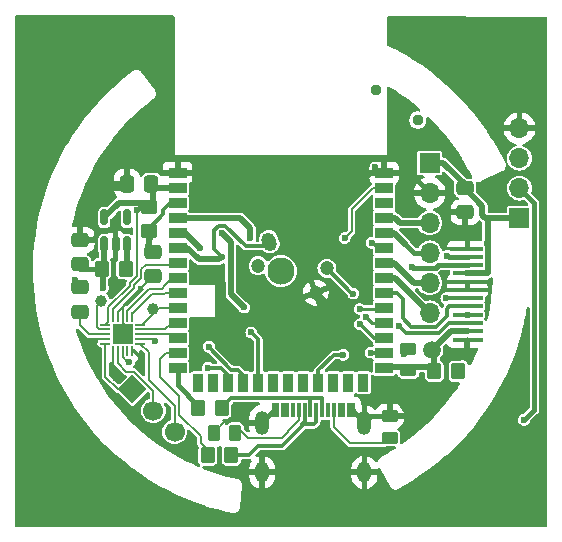
<source format=gbr>
%TF.GenerationSoftware,KiCad,Pcbnew,8.0.1*%
%TF.CreationDate,2024-05-06T20:31:10+02:00*%
%TF.ProjectId,smartknob,736d6172-746b-46e6-9f62-2e6b69636164,rev?*%
%TF.SameCoordinates,Original*%
%TF.FileFunction,Copper,L1,Top*%
%TF.FilePolarity,Positive*%
%FSLAX46Y46*%
G04 Gerber Fmt 4.6, Leading zero omitted, Abs format (unit mm)*
G04 Created by KiCad (PCBNEW 8.0.1) date 2024-05-06 20:31:10*
%MOMM*%
%LPD*%
G01*
G04 APERTURE LIST*
G04 Aperture macros list*
%AMRoundRect*
0 Rectangle with rounded corners*
0 $1 Rounding radius*
0 $2 $3 $4 $5 $6 $7 $8 $9 X,Y pos of 4 corners*
0 Add a 4 corners polygon primitive as box body*
4,1,4,$2,$3,$4,$5,$6,$7,$8,$9,$2,$3,0*
0 Add four circle primitives for the rounded corners*
1,1,$1+$1,$2,$3*
1,1,$1+$1,$4,$5*
1,1,$1+$1,$6,$7*
1,1,$1+$1,$8,$9*
0 Add four rect primitives between the rounded corners*
20,1,$1+$1,$2,$3,$4,$5,0*
20,1,$1+$1,$4,$5,$6,$7,0*
20,1,$1+$1,$6,$7,$8,$9,0*
20,1,$1+$1,$8,$9,$2,$3,0*%
%AMHorizOval*
0 Thick line with rounded ends*
0 $1 width*
0 $2 $3 position (X,Y) of the first rounded end (center of the circle)*
0 $4 $5 position (X,Y) of the second rounded end (center of the circle)*
0 Add line between two ends*
20,1,$1,$2,$3,$4,$5,0*
0 Add two circle primitives to create the rounded ends*
1,1,$1,$2,$3*
1,1,$1,$4,$5*%
%AMRotRect*
0 Rectangle, with rotation*
0 The origin of the aperture is its center*
0 $1 length*
0 $2 width*
0 $3 Rotation angle, in degrees counterclockwise*
0 Add horizontal line*
21,1,$1,$2,0,0,$3*%
G04 Aperture macros list end*
%TA.AperFunction,SMDPad,CuDef*%
%ADD10RoundRect,0.150000X0.150000X-0.512500X0.150000X0.512500X-0.150000X0.512500X-0.150000X-0.512500X0*%
%TD*%
%TA.AperFunction,SMDPad,CuDef*%
%ADD11RoundRect,0.250000X-0.475000X0.337500X-0.475000X-0.337500X0.475000X-0.337500X0.475000X0.337500X0*%
%TD*%
%TA.AperFunction,SMDPad,CuDef*%
%ADD12RoundRect,0.250000X-0.450000X0.262500X-0.450000X-0.262500X0.450000X-0.262500X0.450000X0.262500X0*%
%TD*%
%TA.AperFunction,SMDPad,CuDef*%
%ADD13RoundRect,0.250000X-0.262500X-0.450000X0.262500X-0.450000X0.262500X0.450000X-0.262500X0.450000X0*%
%TD*%
%TA.AperFunction,SMDPad,CuDef*%
%ADD14RoundRect,0.250000X-0.350000X-0.450000X0.350000X-0.450000X0.350000X0.450000X-0.350000X0.450000X0*%
%TD*%
%TA.AperFunction,SMDPad,CuDef*%
%ADD15C,1.000000*%
%TD*%
%TA.AperFunction,ComponentPad*%
%ADD16O,1.200000X2.000000*%
%TD*%
%TA.AperFunction,ComponentPad*%
%ADD17O,1.200000X1.800000*%
%TD*%
%TA.AperFunction,SMDPad,CuDef*%
%ADD18R,0.300000X1.300000*%
%TD*%
%TA.AperFunction,SMDPad,CuDef*%
%ADD19RoundRect,0.250000X0.450000X-0.350000X0.450000X0.350000X-0.450000X0.350000X-0.450000X-0.350000X0*%
%TD*%
%TA.AperFunction,SMDPad,CuDef*%
%ADD20RoundRect,0.250000X0.475000X-0.337500X0.475000X0.337500X-0.475000X0.337500X-0.475000X-0.337500X0*%
%TD*%
%TA.AperFunction,SMDPad,CuDef*%
%ADD21R,2.500000X0.350000*%
%TD*%
%TA.AperFunction,SMDPad,CuDef*%
%ADD22RoundRect,0.250000X0.350000X0.450000X-0.350000X0.450000X-0.350000X-0.450000X0.350000X-0.450000X0*%
%TD*%
%TA.AperFunction,SMDPad,CuDef*%
%ADD23RoundRect,0.050000X0.362500X0.050000X-0.362500X0.050000X-0.362500X-0.050000X0.362500X-0.050000X0*%
%TD*%
%TA.AperFunction,SMDPad,CuDef*%
%ADD24RoundRect,0.050000X0.050000X0.362500X-0.050000X0.362500X-0.050000X-0.362500X0.050000X-0.362500X0*%
%TD*%
%TA.AperFunction,SMDPad,CuDef*%
%ADD25R,1.700000X1.700000*%
%TD*%
%TA.AperFunction,SMDPad,CuDef*%
%ADD26C,1.500000*%
%TD*%
%TA.AperFunction,SMDPad,CuDef*%
%ADD27R,1.500000X0.900000*%
%TD*%
%TA.AperFunction,SMDPad,CuDef*%
%ADD28R,0.900000X1.500000*%
%TD*%
%TA.AperFunction,SMDPad,CuDef*%
%ADD29RoundRect,0.250000X0.450000X-0.262500X0.450000X0.262500X-0.450000X0.262500X-0.450000X-0.262500X0*%
%TD*%
%TA.AperFunction,ComponentPad*%
%ADD30R,1.700000X1.700000*%
%TD*%
%TA.AperFunction,ComponentPad*%
%ADD31O,1.700000X1.700000*%
%TD*%
%TA.AperFunction,SMDPad,CuDef*%
%ADD32RoundRect,0.250000X-0.337500X-0.475000X0.337500X-0.475000X0.337500X0.475000X-0.337500X0.475000X0*%
%TD*%
%TA.AperFunction,ComponentPad*%
%ADD33HorizOval,1.200000X0.068404X-0.187939X-0.068404X0.187939X0*%
%TD*%
%TA.AperFunction,ComponentPad*%
%ADD34HorizOval,1.200000X0.000000X0.000000X0.000000X0.000000X0*%
%TD*%
%TA.AperFunction,ComponentPad*%
%ADD35C,0.950000*%
%TD*%
%TA.AperFunction,ComponentPad*%
%ADD36RotRect,1.700000X1.700000X225.000000*%
%TD*%
%TA.AperFunction,ComponentPad*%
%ADD37HorizOval,1.700000X0.000000X0.000000X0.000000X0.000000X0*%
%TD*%
%TA.AperFunction,ViaPad*%
%ADD38C,2.300000*%
%TD*%
%TA.AperFunction,ViaPad*%
%ADD39C,0.600000*%
%TD*%
%TA.AperFunction,ViaPad*%
%ADD40C,3.300000*%
%TD*%
%TA.AperFunction,ViaPad*%
%ADD41C,2.600000*%
%TD*%
%TA.AperFunction,ViaPad*%
%ADD42C,0.500000*%
%TD*%
%TA.AperFunction,Conductor*%
%ADD43C,0.200000*%
%TD*%
%TA.AperFunction,Conductor*%
%ADD44C,0.300000*%
%TD*%
%TA.AperFunction,Conductor*%
%ADD45C,0.500000*%
%TD*%
%TA.AperFunction,Conductor*%
%ADD46C,0.400000*%
%TD*%
%TA.AperFunction,Conductor*%
%ADD47C,0.250000*%
%TD*%
G04 APERTURE END LIST*
D10*
%TO.P,U2,1,VIN*%
%TO.N,+BATT*%
X99050000Y-77537500D03*
%TO.P,U2,2,GND*%
%TO.N,GND*%
X100000000Y-77537500D03*
%TO.P,U2,3,EN*%
%TO.N,Net-(U2-EN)*%
X100950000Y-77537500D03*
%TO.P,U2,4,FB*%
%TO.N,unconnected-(U2-FB-Pad4)*%
X100950000Y-75262500D03*
%TO.P,U2,5,VOUT*%
%TO.N,+3.3VP*%
X99050000Y-75262500D03*
%TD*%
D11*
%TO.P,C7,1*%
%TO.N,GND*%
X97000000Y-81162500D03*
%TO.P,C7,2*%
%TO.N,Net-(U7-1.8VOUT)*%
X97000000Y-83237500D03*
%TD*%
D12*
%TO.P,R19,1*%
%TO.N,Net-(U5-~{RESET})*%
X124800000Y-86387500D03*
%TO.P,R19,2*%
%TO.N,/TFT_RST*%
X124800000Y-88212500D03*
%TD*%
D13*
%TO.P,R5,1*%
%TO.N,GND*%
X108300000Y-93500000D03*
%TO.P,R5,2*%
%TO.N,Net-(U3-CC1)*%
X110125000Y-93500000D03*
%TD*%
D14*
%TO.P,R9,1*%
%TO.N,/TFT_RST*%
X127000000Y-88300000D03*
%TO.P,R9,2*%
%TO.N,+3.3VP*%
X129000000Y-88300000D03*
%TD*%
D15*
%TO.P,TP2,1,1*%
%TO.N,/TMC_WH*%
X103200000Y-83000000D03*
%TD*%
%TO.P,TP4,1,1*%
%TO.N,/TMC_DIAG*%
X98800000Y-82300000D03*
%TD*%
D16*
%TO.P,U3,0,0*%
%TO.N,GND*%
X112425000Y-92645500D03*
D17*
X112425000Y-96845500D03*
D16*
X121075000Y-92645500D03*
D17*
X121075000Y-96845500D03*
D18*
%TO.P,U3,A1,GND*%
X113400000Y-91577500D03*
%TO.P,U3,A4,VBUS*%
%TO.N,+5VD*%
X114200000Y-91577500D03*
%TO.P,U3,A5,CC1*%
%TO.N,Net-(U3-CC1)*%
X115500000Y-91577500D03*
%TO.P,U3,A6,DP1*%
%TO.N,/DP*%
X116500000Y-91577500D03*
%TO.P,U3,A7,DN1*%
%TO.N,/DN*%
X117000000Y-91577500D03*
%TO.P,U3,A8,SBU1*%
%TO.N,unconnected-(U3-SBU1-PadA8)*%
X118000000Y-91577500D03*
%TO.P,U3,A9,VBUS*%
%TO.N,+5VD*%
X119300000Y-91577500D03*
%TO.P,U3,A12,GND*%
%TO.N,GND*%
X120100000Y-91577500D03*
%TO.P,U3,B1,GND*%
X119800000Y-91577500D03*
%TO.P,U3,B4,VBUS*%
%TO.N,+5VD*%
X119000000Y-91577500D03*
%TO.P,U3,B5,CC2*%
%TO.N,Net-(U3-CC2)*%
X118500000Y-91577500D03*
%TO.P,U3,B6,DP2*%
%TO.N,/DP*%
X117500000Y-91577500D03*
%TO.P,U3,B7,DN2*%
%TO.N,/DN*%
X116000000Y-91577500D03*
%TO.P,U3,B8,SBU2*%
%TO.N,unconnected-(U3-SBU2-PadB8)*%
X115000000Y-91577500D03*
%TO.P,U3,B9,VBUS*%
%TO.N,+5VD*%
X114500000Y-91577500D03*
%TO.P,U3,B12,GND*%
%TO.N,GND*%
X113700000Y-91577500D03*
%TD*%
D19*
%TO.P,R1,1*%
%TO.N,Net-(U1-EN)*%
X102800000Y-76400000D03*
%TO.P,R1,2*%
%TO.N,+3.3VP*%
X102800000Y-74400000D03*
%TD*%
D20*
%TO.P,C1,1*%
%TO.N,GND*%
X103200000Y-80237500D03*
%TO.P,C1,2*%
%TO.N,Net-(U1-EN)*%
X103200000Y-78162500D03*
%TD*%
D21*
%TO.P,U9,1,GND*%
%TO.N,GND*%
X129800000Y-77900000D03*
%TO.P,U9,2,LEDK*%
%TO.N,/LEDK*%
X129800000Y-78600000D03*
%TO.P,U9,3,LEDA*%
%TO.N,/LEDA*%
X129800000Y-79300000D03*
%TO.P,U9,4,VDD*%
%TO.N,+3.3VP*%
X129800000Y-80000000D03*
%TO.P,U9,5,GND*%
%TO.N,GND*%
X129800000Y-80700000D03*
%TO.P,U9,6,GND*%
X129800000Y-81400000D03*
%TO.P,U9,7,D/C*%
%TO.N,/TFT_DC*%
X129800000Y-82100000D03*
%TO.P,U9,8,~{CS}*%
%TO.N,/TFT2_CS*%
X129800000Y-82800000D03*
%TO.P,U9,9,SCK*%
%TO.N,/SCK*%
X129800000Y-83500000D03*
%TO.P,U9,10,SDI*%
%TO.N,/MOSI*%
X129800000Y-84200000D03*
%TO.P,U9,11,~{RESET}*%
%TO.N,/TFT_RST*%
X129800000Y-84900000D03*
%TO.P,U9,12,GND*%
%TO.N,GND*%
X129800000Y-85600000D03*
%TD*%
D22*
%TO.P,R8,1*%
%TO.N,/DN*%
X109800000Y-95400000D03*
%TO.P,R8,2*%
%TO.N,Net-(U1-GPIO19{slash}U1RTS{slash}ADC2_CH8{slash}CLK_OUT2{slash}USB_D-)*%
X107800000Y-95400000D03*
%TD*%
D23*
%TO.P,U7,1,W*%
%TO.N,/BLDC_W*%
X102062500Y-85937500D03*
%TO.P,U7,2,VCP*%
%TO.N,Net-(U7-VCP)*%
X102062500Y-85537500D03*
%TO.P,U7,3,UH*%
%TO.N,/TMC_UH*%
X102062500Y-85137500D03*
%TO.P,U7,4,VH*%
%TO.N,/TMC_VH*%
X102062500Y-84737500D03*
%TO.P,U7,5,WH*%
%TO.N,/TMC_WH*%
X102062500Y-84337500D03*
D24*
%TO.P,U7,6,UL*%
%TO.N,/TMC_UL*%
X101400000Y-83675000D03*
%TO.P,U7,7,WL*%
%TO.N,/TMC_WL*%
X101000000Y-83675000D03*
%TO.P,U7,8,GND*%
%TO.N,GND*%
X100600000Y-83675000D03*
%TO.P,U7,9,GND*%
X100200000Y-83675000D03*
%TO.P,U7,10,VL*%
%TO.N,/TMC_VL*%
X99800000Y-83675000D03*
D23*
%TO.P,U7,11,VIO*%
%TO.N,+3.3VP*%
X99137500Y-84337500D03*
%TO.P,U7,12,DIAG*%
%TO.N,/TMC_DIAG*%
X99137500Y-84737500D03*
%TO.P,U7,13,1.8VOUT*%
%TO.N,Net-(U7-1.8VOUT)*%
X99137500Y-85137500D03*
%TO.P,U7,14,GND*%
%TO.N,GND*%
X99137500Y-85537500D03*
%TO.P,U7,15,U*%
%TO.N,/BLDC_U*%
X99137500Y-85937500D03*
D24*
%TO.P,U7,16,BRUV*%
%TO.N,GND*%
X99800000Y-86600000D03*
%TO.P,U7,17,V*%
%TO.N,/BLDC_V*%
X100200000Y-86600000D03*
%TO.P,U7,18,VS*%
%TO.N,Net-(JP1-A)*%
X100600000Y-86600000D03*
%TO.P,U7,19,-*%
%TO.N,unconnected-(U7---Pad19)*%
X101000000Y-86600000D03*
%TO.P,U7,20,BRW*%
%TO.N,GND*%
X101400000Y-86600000D03*
D25*
%TO.P,U7,21,EP*%
X100600000Y-85137500D03*
%TD*%
D26*
%TO.P,BOT,1,1*%
%TO.N,/TFT_RST*%
X126800000Y-86500000D03*
%TD*%
D14*
%TO.P,R7,1*%
%TO.N,Net-(U1-GPIO20{slash}U1CTS{slash}ADC2_CH9{slash}CLK_OUT1{slash}USB_D+)*%
X107000000Y-91400000D03*
%TO.P,R7,2*%
%TO.N,/DP*%
X109000000Y-91400000D03*
%TD*%
D27*
%TO.P,U1,1,GND*%
%TO.N,GND*%
X105250000Y-71490000D03*
%TO.P,U1,2,3V3*%
%TO.N,+3.3VP*%
X105250000Y-72760000D03*
%TO.P,U1,3,EN*%
%TO.N,Net-(U1-EN)*%
X105250000Y-74030000D03*
%TO.P,U1,4,GPIO4/TOUCH4/ADC1_CH3*%
%TO.N,/MAG_CSN*%
X105250000Y-75300000D03*
%TO.P,U1,5,GPIO5/TOUCH5/ADC1_CH4*%
%TO.N,/MAG_CLK*%
X105250000Y-76570000D03*
%TO.P,U1,6,GPIO6/TOUCH6/ADC1_CH5*%
%TO.N,/MAG_DO*%
X105250000Y-77840000D03*
%TO.P,U1,7,GPIO7/TOUCH7/ADC1_CH6*%
%TO.N,/TMC_VL*%
X105250000Y-79110000D03*
%TO.P,U1,8,GPIO15/U0RTS/ADC2_CH4/XTAL_32K_P*%
%TO.N,/TMC_WL*%
X105250000Y-80380000D03*
%TO.P,U1,9,GPIO16/U0CTS/ADC2_CH5/XTAL_32K_NH5*%
%TO.N,/TMC_UL*%
X105250000Y-81650000D03*
%TO.P,U1,10,GPIO17/U1TXD/ADC2_CH6*%
%TO.N,/TMC_WH*%
X105250000Y-82920000D03*
%TO.P,U1,11,GPIO18/U1RXD/ADC2_CH7/CLK_OUT3*%
%TO.N,/TMC_VH*%
X105250000Y-84190000D03*
%TO.P,U1,12,GPIO8/TOUCH8/ADC1_CH7/SUBSPICS1*%
%TO.N,/TMC_UH*%
X105250000Y-85460000D03*
%TO.P,U1,13,GPIO19/U1RTS/ADC2_CH8/CLK_OUT2/USB_D-*%
%TO.N,Net-(U1-GPIO19{slash}U1RTS{slash}ADC2_CH8{slash}CLK_OUT2{slash}USB_D-)*%
X105250000Y-86730000D03*
%TO.P,U1,14,GPIO20/U1CTS/ADC2_CH9/CLK_OUT1/USB_D+*%
%TO.N,Net-(U1-GPIO20{slash}U1CTS{slash}ADC2_CH9{slash}CLK_OUT1{slash}USB_D+)*%
X105250000Y-88000000D03*
D28*
%TO.P,U1,15,GPIO3/TOUCH3/ADC1_CH2*%
%TO.N,unconnected-(U1-GPIO3{slash}TOUCH3{slash}ADC1_CH2-Pad15)*%
X107015000Y-89250000D03*
%TO.P,U1,16,GPIO46*%
%TO.N,unconnected-(U1-GPIO46-Pad16)*%
X108285000Y-89250000D03*
%TO.P,U1,17,GPIO9/TOUCH9/ADC1_CH8/FSPIHD/SUBSPIHD*%
%TO.N,/SDA*%
X109555000Y-89250000D03*
%TO.P,U1,18,GPIO10/TOUCH10/ADC1_CH9/FSPICS0/FSPIIO4/SUBSPICS0*%
%TO.N,/SCL*%
X110825000Y-89250000D03*
%TO.P,U1,19,GPIO11/TOUCH11/ADC2_CH0/FSPICS0/FSPIIO4/SUBSPICS0*%
%TO.N,/INT_MP6050*%
X112095000Y-89250000D03*
%TO.P,U1,20,GPIO12/TOUCH11/ADC2_CH0/FSPICS0/FSPIIO4/SUBSPICS0*%
%TO.N,unconnected-(U1-GPIO12{slash}TOUCH11{slash}ADC2_CH0{slash}FSPICS0{slash}FSPIIO4{slash}SUBSPICS0-Pad20)*%
X113365000Y-89250000D03*
%TO.P,U1,21,GPIO13/TOUCH13/ADC2_CH2/FSPIQ/FSPIIO7/SUBSPIQ*%
%TO.N,unconnected-(U1-GPIO13{slash}TOUCH13{slash}ADC2_CH2{slash}FSPIQ{slash}FSPIIO7{slash}SUBSPIQ-Pad21)*%
X114635000Y-89250000D03*
%TO.P,U1,22,GPIO14/TOUCH14/ADC2_CH3/FSPIWP/FSPIDQS/SUBSPIWP*%
%TO.N,unconnected-(U1-GPIO14{slash}TOUCH14{slash}ADC2_CH3{slash}FSPIWP{slash}FSPIDQS{slash}SUBSPIWP-Pad22)*%
X115905000Y-89250000D03*
%TO.P,U1,23,GPIO21*%
%TO.N,Net-(U1-GPIO21)*%
X117175000Y-89250000D03*
%TO.P,U1,24,GPIO47/SPICLK_P/SUBSPICLK_P_DIFF*%
%TO.N,unconnected-(U1-GPIO47{slash}SPICLK_P{slash}SUBSPICLK_P_DIFF-Pad24)*%
X118445000Y-89250000D03*
%TO.P,U1,25,GPIO48/SPICLK_N/SUBSPICLK_N_DIFF*%
%TO.N,unconnected-(U1-GPIO48{slash}SPICLK_N{slash}SUBSPICLK_N_DIFF-Pad25)*%
X119715000Y-89250000D03*
%TO.P,U1,26,GPIO45*%
%TO.N,unconnected-(U1-GPIO45-Pad26)*%
X120985000Y-89250000D03*
D27*
%TO.P,U1,27,GPIO0/BOOT*%
%TO.N,/TFT_RST*%
X122750000Y-88000000D03*
%TO.P,U1,28,SPIIO6/GPIO35/FSPID/SUBSPID*%
%TO.N,/MOSI*%
X122750000Y-86730000D03*
%TO.P,U1,29,SPIIO7/GPIO36/FSPICLK/SUBSPICLK*%
%TO.N,/SCK*%
X122750000Y-85460000D03*
%TO.P,U1,30,SPIDQS/GPIO37/FSPIQ/SUBSPIQ*%
%TO.N,/TFT_CS*%
X122750000Y-84190000D03*
%TO.P,U1,31,GPIO38/FSPIWP/SUBSPIWP*%
%TO.N,/TFT_DC*%
X122750000Y-82920000D03*
%TO.P,U1,32,MTCK/GPIO39/CLK_OUT3/SUBSPICS1*%
%TO.N,/TFT2_CS*%
X122750000Y-81650000D03*
%TO.P,U1,33,MTDO/GPIO40/CLK_OUT2*%
%TO.N,/GPIO40*%
X122750000Y-80380000D03*
%TO.P,U1,34,MTDI/GPIO41/CLK_OUT1*%
%TO.N,/GPIO41*%
X122750000Y-79110000D03*
%TO.P,U1,35,MTMS/GPIO42*%
%TO.N,/SW_X*%
X122750000Y-77840000D03*
%TO.P,U1,36,U0RXD/GPIO44/CLK_OUT2*%
%TO.N,/GPIO44*%
X122750000Y-76570000D03*
%TO.P,U1,37,U0TXD/GPIO43/CLK_OUT1*%
%TO.N,/GPIO43*%
X122750000Y-75300000D03*
%TO.P,U1,38,GPIO2/TOUCH2/ADC1_CH1*%
%TO.N,/LED_WS2812*%
X122750000Y-74030000D03*
%TO.P,U1,39,GPIO1/TOUCH1/ADC1_CH0*%
%TO.N,/BLK*%
X122750000Y-72760000D03*
%TO.P,U1,40,GND*%
%TO.N,GND*%
X122750000Y-71490000D03*
%TD*%
D20*
%TO.P,C6,1*%
%TO.N,GND*%
X129600000Y-74837500D03*
%TO.P,C6,2*%
%TO.N,+3.3VP*%
X129600000Y-72762500D03*
%TD*%
D29*
%TO.P,R6,1*%
%TO.N,Net-(U3-CC2)*%
X123200000Y-93912500D03*
%TO.P,R6,2*%
%TO.N,GND*%
X123200000Y-92087500D03*
%TD*%
D22*
%TO.P,R4,1*%
%TO.N,Net-(U2-EN)*%
X100850000Y-79600000D03*
%TO.P,R4,2*%
%TO.N,+BATT*%
X98850000Y-79600000D03*
%TD*%
D30*
%TO.P,J4,1,Pin_1*%
%TO.N,+3.3VP*%
X134200000Y-75320000D03*
D31*
%TO.P,J4,2,Pin_2*%
%TO.N,+BATT*%
X134200000Y-72780000D03*
%TO.P,J4,3,Pin_3*%
%TO.N,Net-(D8-DOUT)*%
X134200000Y-70240000D03*
%TO.P,J4,4,Pin_4*%
%TO.N,GND*%
X134200000Y-67700000D03*
%TD*%
D11*
%TO.P,C2,1*%
%TO.N,GND*%
X97000000Y-77162500D03*
%TO.P,C2,2*%
%TO.N,+BATT*%
X97000000Y-79237500D03*
%TD*%
D32*
%TO.P,C4,1*%
%TO.N,GND*%
X100962500Y-72400000D03*
%TO.P,C4,2*%
%TO.N,+3.3VP*%
X103037500Y-72400000D03*
%TD*%
D33*
%TO.P,Ur1,1,SDA*%
%TO.N,/MAG_DO*%
X113029202Y-77301466D03*
D34*
%TO.P,Ur1,2,VDD*%
%TO.N,+3.3VP*%
X117899712Y-79572620D03*
%TO.P,Ur1,3,GND*%
%TO.N,GND*%
X116943435Y-81623360D03*
%TO.P,Ur1,4,SCL*%
%TO.N,/MAG_CLK*%
X112072927Y-79352205D03*
%TD*%
D30*
%TO.P,J1,1,Pin_1*%
%TO.N,+3.3VP*%
X126600000Y-70650000D03*
D31*
%TO.P,J1,2,Pin_2*%
%TO.N,GND*%
X126600000Y-73190000D03*
%TO.P,J1,3,Pin_3*%
%TO.N,/GPIO43*%
X126600000Y-75730000D03*
%TO.P,J1,4,Pin_4*%
%TO.N,/GPIO44*%
X126600000Y-78270000D03*
%TO.P,J1,5,Pin_5*%
%TO.N,/GPIO41*%
X126600000Y-80810000D03*
%TO.P,J1,6,Pin_6*%
%TO.N,/GPIO40*%
X126600000Y-83350000D03*
%TD*%
D35*
%TO.P,SW2,SH*%
%TO.N,N/C*%
X122036353Y-64432289D03*
X125596029Y-67018545D03*
%TD*%
D36*
%TO.P,J2,1,Pin_1*%
%TO.N,/BLDC_U*%
X101403949Y-89814555D03*
D37*
%TO.P,J2,2,Pin_2*%
%TO.N,/BLDC_V*%
X103200000Y-91610606D03*
%TO.P,J2,3,Pin_3*%
%TO.N,/BLDC_W*%
X104996051Y-93406657D03*
%TD*%
D38*
%TO.N,*%
X114000000Y-79800000D03*
D39*
%TO.N,/SW_X*%
X121676132Y-77400935D03*
%TO.N,Net-(U1-EN)*%
X103115634Y-78500000D03*
%TO.N,GND*%
X121400000Y-87700000D03*
X129800000Y-76500000D03*
X97600000Y-74800000D03*
X131700000Y-80800000D03*
X109000000Y-84800000D03*
D40*
X102800000Y-68600000D03*
D39*
X119200000Y-85200000D03*
D41*
X132000000Y-61000000D03*
D39*
X121200000Y-82400000D03*
X112700000Y-83100000D03*
X121400000Y-71700000D03*
D41*
X96000000Y-98000000D03*
D39*
X122000000Y-71000000D03*
X110100000Y-83600000D03*
X101000000Y-84600000D03*
X100075735Y-80675735D03*
X102200000Y-87600000D03*
X114450000Y-71350000D03*
D41*
X132000000Y-98000000D03*
D39*
X117094669Y-86355331D03*
D40*
X125600000Y-90600000D03*
D39*
X96600000Y-80600000D03*
X133800000Y-90400000D03*
X98233482Y-85737500D03*
D42*
X120100000Y-78500000D03*
D41*
X96000000Y-61000000D03*
D39*
X100000000Y-76200000D03*
X111400000Y-71000000D03*
X100074265Y-88825735D03*
X107925000Y-79550000D03*
X129300000Y-86900000D03*
%TO.N,+3.3VP*%
X120126799Y-81714579D03*
X110887136Y-82877427D03*
X101800000Y-74600000D03*
X129370821Y-87835410D03*
X129800000Y-80000000D03*
X109000000Y-76600000D03*
%TO.N,+5VD*%
X114349998Y-91577500D03*
X119149998Y-91577500D03*
%TO.N,+BATT*%
X134600000Y-92400000D03*
X98925000Y-81200000D03*
%TO.N,/SDA*%
X107800000Y-88000000D03*
%TO.N,/LEDK*%
X128100000Y-78500000D03*
%TO.N,/BLK*%
X119400000Y-77000000D03*
%TO.N,/TFT_DC*%
X128000000Y-82100000D03*
X120687851Y-83014579D03*
%TO.N,/TFT_CS*%
X121205412Y-83650000D03*
%TO.N,/SCK*%
X120700000Y-84300000D03*
X129800000Y-83500000D03*
%TO.N,/MOSI*%
X121600000Y-86700000D03*
X124000002Y-84450000D03*
%TO.N,Net-(U5-~{RESET})*%
X124400000Y-86800000D03*
%TO.N,/MAG_DO*%
X109000000Y-78600000D03*
%TO.N,/MAG_CLK*%
X107150331Y-77849669D03*
%TO.N,/MAG_CSN*%
X111400000Y-77000000D03*
%TO.N,Net-(U7-VCP)*%
X103325000Y-85737500D03*
%TO.N,/SCL*%
X107900000Y-86200000D03*
%TO.N,/LED_WS2812*%
X122750000Y-74030000D03*
%TO.N,/INT_MP6050*%
X111500000Y-85000000D03*
%TO.N,Net-(JP1-A)*%
X101150765Y-87503229D03*
%TO.N,/LEDA*%
X125131136Y-79498278D03*
%TO.N,Net-(U1-GPIO21)*%
X119300000Y-86900000D03*
%TD*%
D43*
%TO.N,/SW_X*%
X122115197Y-77840000D02*
X121676132Y-77400935D01*
D44*
%TO.N,Net-(U1-EN)*%
X104000000Y-75000000D02*
X102800000Y-76200000D01*
X105250000Y-74030000D02*
X104620000Y-74030000D01*
X104000000Y-74650000D02*
X104000000Y-75000000D01*
X104620000Y-74030000D02*
X104000000Y-74650000D01*
D45*
X102800000Y-78162500D02*
X103200000Y-78562500D01*
X102800000Y-76800000D02*
X102800000Y-78162500D01*
D43*
X103200000Y-77000000D02*
X102600000Y-77600000D01*
D44*
X102800000Y-76200000D02*
X102800000Y-76400000D01*
D43*
%TO.N,GND*%
X99800000Y-87700000D02*
X99800000Y-88551470D01*
D44*
X98688738Y-76525000D02*
X98813738Y-76400000D01*
D46*
X120100000Y-91577500D02*
X120100000Y-91670500D01*
D43*
X98433482Y-85537500D02*
X98233482Y-85737500D01*
D45*
X116943435Y-81623360D02*
X118125000Y-82804925D01*
D43*
X100600000Y-83675000D02*
X100600000Y-82837500D01*
X108300000Y-93500000D02*
X109300000Y-92500000D01*
X100200000Y-83237500D02*
X100600000Y-82837500D01*
D44*
X110100000Y-83600000D02*
X112200000Y-83600000D01*
X102200000Y-87250000D02*
X101550000Y-86600000D01*
X109150000Y-84650000D02*
X109000000Y-84800000D01*
D43*
X109300000Y-92500000D02*
X112279500Y-92500000D01*
X112279500Y-92500000D02*
X112425000Y-92645500D01*
X99950000Y-80550000D02*
X100075735Y-80675735D01*
X99800000Y-87700000D02*
X99800000Y-88200000D01*
D45*
X118125000Y-82804925D02*
X118125000Y-84125000D01*
D43*
X100600000Y-83675000D02*
X100600000Y-84200000D01*
D46*
X124900000Y-71490000D02*
X122750000Y-71490000D01*
X123200000Y-92087500D02*
X121633000Y-92087500D01*
D45*
X118125000Y-84125000D02*
X119200000Y-85200000D01*
D43*
X99950000Y-77587500D02*
X99950000Y-80550000D01*
X100200000Y-83675000D02*
X100200000Y-83237500D01*
D44*
X121200000Y-82400000D02*
X121164579Y-82364579D01*
D43*
X97600000Y-75436262D02*
X97600000Y-74800000D01*
D44*
X121164579Y-82364579D02*
X117684654Y-82364579D01*
X109150000Y-80775000D02*
X109150000Y-84650000D01*
D43*
X98688738Y-76525000D02*
X97600000Y-75436262D01*
D46*
X120100000Y-91670500D02*
X121075000Y-92645500D01*
X126600000Y-73190000D02*
X124900000Y-71490000D01*
D44*
X117684654Y-82364579D02*
X116943435Y-81623360D01*
D43*
X100600000Y-84200000D02*
X101000000Y-84600000D01*
D45*
X122750000Y-71490000D02*
X123580000Y-71490000D01*
D44*
X102200000Y-87600000D02*
X102200000Y-87250000D01*
D43*
X100600000Y-82837500D02*
X103200000Y-80237500D01*
D44*
X112200000Y-83600000D02*
X112700000Y-83100000D01*
D43*
X99800000Y-88551470D02*
X100074265Y-88825735D01*
D44*
X129700000Y-85700000D02*
X129800000Y-85600000D01*
D43*
X99137500Y-85537500D02*
X98433482Y-85537500D01*
D44*
X99800000Y-76400000D02*
X100000000Y-76200000D01*
X107925000Y-79550000D02*
X109150000Y-80775000D01*
X129300000Y-86900000D02*
X129700000Y-86500000D01*
D46*
X121633000Y-92087500D02*
X121075000Y-92645500D01*
D44*
X98813738Y-76400000D02*
X99800000Y-76400000D01*
X129700000Y-86500000D02*
X129700000Y-85700000D01*
D43*
X99800000Y-86600000D02*
X99800000Y-87700000D01*
D44*
X97037500Y-77200000D02*
X98013738Y-77200000D01*
D46*
X112425000Y-92552500D02*
X113400000Y-91577500D01*
X99600000Y-72800000D02*
X97600000Y-74800000D01*
D44*
X98013738Y-77200000D02*
X98688738Y-76525000D01*
D43*
X99800000Y-88200000D02*
X100000000Y-88400000D01*
D46*
X100962500Y-72800000D02*
X99600000Y-72800000D01*
D45*
%TO.N,Net-(U2-EN)*%
X100950000Y-77537500D02*
X100950000Y-79550000D01*
D44*
%TO.N,/DP*%
X116550000Y-90577500D02*
X116500000Y-90627500D01*
X116450000Y-90577500D02*
X109800000Y-90577500D01*
X117500000Y-90577500D02*
X116550000Y-90577500D01*
X116500000Y-90627500D02*
X116450000Y-90577500D01*
X117500000Y-91577500D02*
X117500000Y-90577500D01*
X116500000Y-90627500D02*
X116500000Y-91577500D01*
X109800000Y-90577500D02*
X108777500Y-91600000D01*
D45*
%TO.N,+3.3VP*%
X131492665Y-77639266D02*
X131489861Y-77539210D01*
X131050000Y-74312500D02*
X131050000Y-75050000D01*
D43*
X101200430Y-80834315D02*
X101775000Y-80259744D01*
D45*
X103200000Y-74000000D02*
X103000000Y-74000000D01*
X131320000Y-75320000D02*
X134200000Y-75320000D01*
D43*
X99400000Y-84075000D02*
X99400000Y-82834314D01*
D45*
X131454884Y-79997145D02*
X131500000Y-79952029D01*
X131500000Y-77646601D02*
X131492665Y-77639266D01*
D43*
X99137500Y-84337500D02*
X99400000Y-84075000D01*
D45*
X131050000Y-75050000D02*
X131320000Y-75320000D01*
X131500000Y-75500000D02*
X131050000Y-75050000D01*
X126600000Y-70650000D02*
X127750000Y-70650000D01*
D43*
X101775000Y-74625000D02*
X101800000Y-74600000D01*
D45*
X129800000Y-73062500D02*
X131050000Y-74312500D01*
D43*
X99400000Y-82834314D02*
X101200430Y-81033884D01*
D45*
X105250000Y-72760000D02*
X103077500Y-72760000D01*
X100312500Y-74000000D02*
X99050000Y-75262500D01*
X109750000Y-81740291D02*
X109750000Y-77350000D01*
X131489861Y-77539210D02*
X131445327Y-77344117D01*
X131500000Y-79952029D02*
X131500000Y-77646601D01*
X103200000Y-74000000D02*
X103200000Y-72962500D01*
X110887136Y-82877427D02*
X109750000Y-81740291D01*
D43*
X101200430Y-81033884D02*
X101200430Y-80834315D01*
D45*
X129800000Y-72700000D02*
X129800000Y-73062500D01*
D44*
X117899712Y-79572620D02*
X120041671Y-81714579D01*
D43*
X101775000Y-80259744D02*
X101775000Y-74625000D01*
D45*
X127750000Y-70650000D02*
X129800000Y-72700000D01*
D46*
X101800000Y-74600000D02*
X102400000Y-74000000D01*
D45*
X131425000Y-80000000D02*
X131454884Y-79997145D01*
X109750000Y-77350000D02*
X109000000Y-76600000D01*
D44*
X120041671Y-81714579D02*
X120126799Y-81714579D01*
D45*
X131425000Y-80000000D02*
X131500000Y-79925000D01*
X131500000Y-79925000D02*
X131500000Y-75500000D01*
X129800000Y-80000000D02*
X131425000Y-80000000D01*
X103000000Y-74000000D02*
X100312500Y-74000000D01*
D46*
%TO.N,Net-(U1-GPIO20{slash}U1CTS{slash}ADC2_CH9{slash}CLK_OUT1{slash}USB_D+)*%
X105250000Y-88000000D02*
X105250000Y-89485000D01*
X107000000Y-91235000D02*
X107000000Y-91400000D01*
X105250000Y-89485000D02*
X107000000Y-91235000D01*
D44*
%TO.N,/DN*%
X115788750Y-92788750D02*
X115788750Y-92911250D01*
X112100000Y-94600000D02*
X111300000Y-95400000D01*
X116000000Y-92577500D02*
X116000000Y-91577500D01*
D43*
X109800000Y-95400000D02*
X110000000Y-95400000D01*
D44*
X117000000Y-91577500D02*
X117000000Y-92577500D01*
X111300000Y-95400000D02*
X109800000Y-95400000D01*
X117000000Y-92577500D02*
X116788750Y-92788750D01*
X114100000Y-94600000D02*
X112100000Y-94600000D01*
X115888750Y-92688750D02*
X116000000Y-92577500D01*
X115788750Y-92788750D02*
X115888750Y-92688750D01*
X115788750Y-92911250D02*
X114100000Y-94600000D01*
X116788750Y-92788750D02*
X115788750Y-92788750D01*
D43*
X115888750Y-92697741D02*
X115888750Y-92688750D01*
%TO.N,Net-(U1-GPIO19{slash}U1RTS{slash}ADC2_CH8{slash}CLK_OUT2{slash}USB_D-)*%
X107800000Y-95400000D02*
X107800000Y-94984744D01*
X103800000Y-87230000D02*
X104300000Y-86730000D01*
X107800000Y-94984744D02*
X107200000Y-94384744D01*
X107200000Y-94384744D02*
X107200000Y-93784744D01*
X105396051Y-91980795D02*
X105396051Y-90396051D01*
X107200000Y-93784744D02*
X105396051Y-91980795D01*
X104300000Y-86730000D02*
X105250000Y-86730000D01*
X105396051Y-90396051D02*
X103800000Y-88800000D01*
X103800000Y-88800000D02*
X103800000Y-87230000D01*
D44*
%TO.N,+5VD*%
X114200000Y-91577500D02*
X114349998Y-91577500D01*
D43*
%TO.N,Net-(U3-CC2)*%
X119879195Y-94400000D02*
X118500000Y-93020805D01*
X123200000Y-93912500D02*
X122712500Y-94400000D01*
X118500000Y-93020805D02*
X118500000Y-91577500D01*
X122712500Y-94400000D02*
X119879195Y-94400000D01*
%TO.N,Net-(U3-CC1)*%
X111233000Y-93945500D02*
X110600000Y-93312500D01*
X115500000Y-92441104D02*
X114575000Y-93366104D01*
X114075305Y-93945500D02*
X111233000Y-93945500D01*
X114575000Y-93445805D02*
X114075305Y-93945500D01*
X115500000Y-91577500D02*
X115500000Y-92441104D01*
X114575000Y-93366104D02*
X114575000Y-93445805D01*
D45*
%TO.N,/GPIO43*%
X124070000Y-75730000D02*
X126600000Y-75730000D01*
X123640000Y-75300000D02*
X124070000Y-75730000D01*
X122750000Y-75300000D02*
X123640000Y-75300000D01*
D46*
%TO.N,/GPIO44*%
X125280000Y-78270000D02*
X126600000Y-78270000D01*
X124600000Y-77590000D02*
X125280000Y-78270000D01*
D45*
X122750000Y-76570000D02*
X123580000Y-76570000D01*
X123580000Y-76570000D02*
X124600000Y-77590000D01*
%TO.N,/GPIO40*%
X123630000Y-80380000D02*
X122750000Y-80380000D01*
X126350000Y-83600000D02*
X126600000Y-83350000D01*
X126600000Y-83350000D02*
X123630000Y-80380000D01*
D46*
%TO.N,+BATT*%
X134200000Y-72780000D02*
X135450000Y-74030000D01*
X97000000Y-79637500D02*
X98962500Y-79637500D01*
X135450000Y-91550000D02*
X134600000Y-92400000D01*
D45*
X98925000Y-81200000D02*
X98925000Y-79675000D01*
D46*
X135450000Y-74030000D02*
X135450000Y-91550000D01*
D45*
X99050000Y-77537500D02*
X99050000Y-79550000D01*
D44*
%TO.N,/SDA*%
X108942483Y-88007483D02*
X109555000Y-88620000D01*
X107748810Y-88007483D02*
X108942483Y-88007483D01*
X109555000Y-88620000D02*
X109555000Y-89250000D01*
D46*
%TO.N,/LEDK*%
X129800000Y-78600000D02*
X128200000Y-78600000D01*
X128200000Y-78600000D02*
X128100000Y-78500000D01*
D43*
%TO.N,/BLK*%
X120000000Y-76400000D02*
X119400000Y-77000000D01*
X120000000Y-74560000D02*
X120000000Y-76400000D01*
X122750000Y-72760000D02*
X121800000Y-72760000D01*
X121800000Y-72760000D02*
X120000000Y-74560000D01*
D44*
%TO.N,/TFT_DC*%
X122445000Y-83225000D02*
X122750000Y-82920000D01*
D47*
X120687851Y-83014579D02*
X120930695Y-83014579D01*
X120941116Y-83025000D02*
X122645000Y-83025000D01*
X120930695Y-83014579D02*
X120941116Y-83025000D01*
X122645000Y-83025000D02*
X122750000Y-82920000D01*
D44*
X129800000Y-82100000D02*
X128000000Y-82100000D01*
D47*
%TO.N,/TFT_CS*%
X121205412Y-83650000D02*
X121755412Y-84200000D01*
X121755412Y-84200000D02*
X122740000Y-84200000D01*
%TO.N,/SCK*%
X121860000Y-85460000D02*
X122750000Y-85460000D01*
X120700000Y-84300000D02*
X121860000Y-85460000D01*
D44*
%TO.N,/MOSI*%
X124600002Y-85050000D02*
X124000002Y-84450000D01*
X128250000Y-84200000D02*
X127400000Y-85050000D01*
X129800000Y-84200000D02*
X128250000Y-84200000D01*
X121600000Y-86700000D02*
X122720000Y-86700000D01*
X127400000Y-85050000D02*
X124600002Y-85050000D01*
X122720000Y-86700000D02*
X122750000Y-86730000D01*
D45*
%TO.N,/TFT_RST*%
X128398528Y-84900000D02*
X127000000Y-86298528D01*
X129800000Y-84900000D02*
X128398528Y-84900000D01*
X122845590Y-87904410D02*
X127000000Y-87904410D01*
X127000000Y-86298528D02*
X127000000Y-87904410D01*
%TO.N,/MAG_DO*%
X106080000Y-77840000D02*
X105250000Y-77840000D01*
X109000000Y-78600000D02*
X108800000Y-78800000D01*
D44*
X111019239Y-77700000D02*
X112630669Y-77700000D01*
D45*
X107040000Y-78800000D02*
X106080000Y-77840000D01*
D44*
X108730761Y-75950000D02*
X109269239Y-75950000D01*
D45*
X108800000Y-78800000D02*
X107040000Y-78800000D01*
D44*
X109000000Y-78600000D02*
X108350000Y-77950000D01*
X108350000Y-77950000D02*
X108350000Y-76330761D01*
X108350000Y-76330761D02*
X108730761Y-75950000D01*
X112630669Y-77700000D02*
X113029203Y-77301466D01*
X109269239Y-75950000D02*
X111019239Y-77700000D01*
D45*
%TO.N,/MAG_CLK*%
X105870662Y-76570000D02*
X107150331Y-77849669D01*
X105250000Y-76570000D02*
X105870662Y-76570000D01*
%TO.N,/MAG_CSN*%
X105250000Y-75300000D02*
X110560661Y-75300000D01*
X110560661Y-75300000D02*
X111400000Y-76139339D01*
X111400000Y-76139339D02*
X111400000Y-77000000D01*
D43*
%TO.N,Net-(U7-1.8VOUT)*%
X99137500Y-85137500D02*
X97737500Y-85137500D01*
X97737500Y-85137500D02*
X97000000Y-84400000D01*
X97000000Y-84400000D02*
X97000000Y-83437500D01*
%TO.N,Net-(U7-VCP)*%
X102062500Y-85537500D02*
X103125000Y-85537500D01*
X103125000Y-85537500D02*
X103325000Y-85737500D01*
%TO.N,/BLDC_U*%
X99137500Y-85937500D02*
X99137500Y-88737500D01*
X99137500Y-88737500D02*
X100214555Y-89814555D01*
X100214555Y-89814555D02*
X101403949Y-89814555D01*
%TO.N,/TMC_UL*%
X103075000Y-81725000D02*
X104075429Y-81725000D01*
X101400000Y-83400000D02*
X103075000Y-81725000D01*
X104150429Y-81650000D02*
X105250000Y-81650000D01*
X104075429Y-81725000D02*
X104150429Y-81650000D01*
%TO.N,/TMC_UH*%
X104927500Y-85137500D02*
X102062500Y-85137500D01*
%TO.N,/TMC_WL*%
X104820000Y-80380000D02*
X104225000Y-80975000D01*
X103909744Y-81325000D02*
X102841140Y-81325000D01*
X101000000Y-83675000D02*
X101000000Y-83166140D01*
X101000000Y-83166140D02*
X102841140Y-81325000D01*
X104225000Y-80975000D02*
X104225000Y-81009744D01*
X104225000Y-81009744D02*
X103909744Y-81325000D01*
%TO.N,/TMC_WH*%
X103680000Y-82920000D02*
X105250000Y-82920000D01*
X102262500Y-84337500D02*
X103680000Y-82920000D01*
%TO.N,/BLDC_V*%
X103200000Y-89984260D02*
X103200000Y-91610606D01*
X100200000Y-87600000D02*
X100912473Y-88312473D01*
X100912473Y-88312473D02*
X101528213Y-88312473D01*
X101528213Y-88312473D02*
X103200000Y-89984260D01*
X100200000Y-86600000D02*
X100200000Y-87600000D01*
%TO.N,/TMC_VH*%
X104200000Y-84737500D02*
X104747500Y-84190000D01*
X102062500Y-84737500D02*
X104200000Y-84737500D01*
%TO.N,/TMC_VL*%
X99800000Y-83000000D02*
X101600430Y-81199570D01*
X99800000Y-83675000D02*
X99800000Y-83000000D01*
X101600430Y-81000000D02*
X102175000Y-80425430D01*
X102175000Y-80425430D02*
X102175000Y-79647183D01*
X102572183Y-79250000D02*
X105110000Y-79250000D01*
X101600430Y-81199570D02*
X101600430Y-81000000D01*
X102175000Y-79647183D02*
X102572183Y-79250000D01*
%TO.N,/TMC_DIAG*%
X98400000Y-84508860D02*
X98400000Y-82800000D01*
X98628640Y-84737500D02*
X98400000Y-84508860D01*
X98400000Y-82800000D02*
X98600000Y-82600000D01*
X99137500Y-84737500D02*
X98628640Y-84737500D01*
%TO.N,/BLDC_W*%
X104996051Y-91214625D02*
X104996051Y-93406657D01*
X102062500Y-85937500D02*
X102800000Y-86675000D01*
X102800000Y-89018574D02*
X104996051Y-91214625D01*
X102800000Y-86675000D02*
X102800000Y-89018574D01*
D44*
%TO.N,/SCL*%
X110355000Y-88150000D02*
X110825000Y-88620000D01*
X110825000Y-88620000D02*
X110825000Y-89250000D01*
X107900000Y-86200000D02*
X107900000Y-86257894D01*
X109792106Y-88150000D02*
X110355000Y-88150000D01*
X107900000Y-86257894D02*
X109792106Y-88150000D01*
%TO.N,/INT_MP6050*%
X111500000Y-85000000D02*
X112095000Y-85595000D01*
X112095000Y-85595000D02*
X112095000Y-89250000D01*
D43*
%TO.N,Net-(JP1-A)*%
X100994369Y-87503229D02*
X101150765Y-87503229D01*
X100600000Y-87108860D02*
X100994369Y-87503229D01*
X100600000Y-86600000D02*
X100600000Y-87108860D01*
D46*
%TO.N,/LEDA*%
X127117767Y-79520000D02*
X127337767Y-79300000D01*
X125131136Y-79498278D02*
X125152858Y-79520000D01*
X125152858Y-79520000D02*
X127117767Y-79520000D01*
X127337767Y-79300000D02*
X129800000Y-79300000D01*
D45*
%TO.N,/GPIO41*%
X126600000Y-80810000D02*
X125280000Y-80810000D01*
D46*
X126170000Y-80380000D02*
X126600000Y-80810000D01*
D45*
X125280000Y-80810000D02*
X123580000Y-79110000D01*
D43*
X123147818Y-79110000D02*
X122750000Y-79110000D01*
D45*
X123580000Y-79110000D02*
X122750000Y-79110000D01*
D44*
%TO.N,/TFT2_CS*%
X124300000Y-83800000D02*
X125050000Y-84550000D01*
X125050000Y-84550000D02*
X127097057Y-84550000D01*
X128250000Y-82800000D02*
X129800000Y-82800000D01*
X127097057Y-84550000D02*
X128073528Y-83573528D01*
X128073528Y-83573528D02*
X128073528Y-82976472D01*
X124300000Y-82150000D02*
X123800000Y-81650000D01*
X128073528Y-82976472D02*
X128250000Y-82800000D01*
X123800000Y-81650000D02*
X122750000Y-81650000D01*
X124300000Y-83800000D02*
X124300000Y-82150000D01*
%TO.N,Net-(U1-GPIO21)*%
X117175000Y-88200000D02*
X118475000Y-86900000D01*
X117175000Y-89250000D02*
X117175000Y-88200000D01*
X118475000Y-86900000D02*
X119300000Y-86900000D01*
%TD*%
%TA.AperFunction,Conductor*%
%TO.N,GND*%
G36*
X104876388Y-58156050D02*
G01*
X104943363Y-58175941D01*
X104988954Y-58228887D01*
X105000000Y-58280048D01*
X105000000Y-70000000D01*
X123000000Y-70000000D01*
X123000000Y-64324540D01*
X123019685Y-64257501D01*
X123072489Y-64211746D01*
X123141647Y-64201802D01*
X123189106Y-64219007D01*
X123295824Y-64284847D01*
X123800380Y-64596135D01*
X123805152Y-64599233D01*
X124115236Y-64810771D01*
X124481530Y-65060656D01*
X124482869Y-65061569D01*
X124487487Y-65064876D01*
X124727478Y-65245269D01*
X125143326Y-65557848D01*
X125147794Y-65561370D01*
X125770522Y-66075803D01*
X125809670Y-66133676D01*
X125811315Y-66203526D01*
X125774935Y-66263177D01*
X125712080Y-66293690D01*
X125673601Y-66293113D01*
X125673549Y-66293642D01*
X125667487Y-66293045D01*
X125667484Y-66293045D01*
X125524574Y-66293045D01*
X125524572Y-66293045D01*
X125384414Y-66320924D01*
X125384408Y-66320926D01*
X125252378Y-66375614D01*
X125252369Y-66375619D01*
X125133550Y-66455012D01*
X125133546Y-66455015D01*
X125032499Y-66556062D01*
X125032496Y-66556066D01*
X124953103Y-66674885D01*
X124953098Y-66674894D01*
X124898410Y-66806924D01*
X124898408Y-66806930D01*
X124870529Y-66947087D01*
X124870529Y-66947088D01*
X124870529Y-66947090D01*
X124870529Y-67090000D01*
X124870529Y-67090002D01*
X124870528Y-67090002D01*
X124898408Y-67230159D01*
X124898410Y-67230165D01*
X124953098Y-67362195D01*
X124953103Y-67362204D01*
X125032496Y-67481023D01*
X125032499Y-67481027D01*
X125133546Y-67582074D01*
X125133550Y-67582077D01*
X125252369Y-67661470D01*
X125252375Y-67661473D01*
X125252376Y-67661474D01*
X125384409Y-67716164D01*
X125384413Y-67716164D01*
X125384414Y-67716165D01*
X125524571Y-67744045D01*
X125524574Y-67744045D01*
X125667486Y-67744045D01*
X125761780Y-67725287D01*
X125807649Y-67716164D01*
X125939682Y-67661474D01*
X126058508Y-67582077D01*
X126159561Y-67481024D01*
X126238958Y-67362198D01*
X126293648Y-67230165D01*
X126321529Y-67090000D01*
X126321529Y-66947090D01*
X126321528Y-66947087D01*
X126315710Y-66917839D01*
X126306816Y-66873124D01*
X126313043Y-66803535D01*
X126355905Y-66748357D01*
X126421794Y-66725112D01*
X126489791Y-66741179D01*
X126515836Y-66760975D01*
X126978587Y-67220799D01*
X126982529Y-67224901D01*
X127189175Y-67450000D01*
X127383314Y-67661475D01*
X127537337Y-67829251D01*
X127541088Y-67833529D01*
X128067620Y-68462729D01*
X128071170Y-68467175D01*
X128568265Y-69119838D01*
X128571608Y-69124442D01*
X129038267Y-69799257D01*
X129041394Y-69804010D01*
X129308082Y-70230201D01*
X129443075Y-70445932D01*
X129476577Y-70499470D01*
X129479478Y-70504352D01*
X129619546Y-70752860D01*
X129882326Y-71219086D01*
X129885005Y-71224105D01*
X129973410Y-71399284D01*
X130171252Y-71791322D01*
X130172924Y-71794634D01*
X130185554Y-71863353D01*
X130159027Y-71927991D01*
X130101765Y-71968026D01*
X130062222Y-71974500D01*
X129762966Y-71974500D01*
X129695927Y-71954815D01*
X129675285Y-71938181D01*
X128026616Y-70289513D01*
X128026614Y-70289511D01*
X127975250Y-70259856D01*
X127923888Y-70230201D01*
X127911780Y-70226957D01*
X127899673Y-70223713D01*
X127899670Y-70223712D01*
X127861478Y-70213478D01*
X127809309Y-70199500D01*
X127809308Y-70199500D01*
X127774500Y-70199500D01*
X127707461Y-70179815D01*
X127661706Y-70127011D01*
X127650500Y-70075500D01*
X127650500Y-69780249D01*
X127650499Y-69780247D01*
X127638868Y-69721770D01*
X127638867Y-69721769D01*
X127594552Y-69655447D01*
X127528230Y-69611132D01*
X127528229Y-69611131D01*
X127469752Y-69599500D01*
X127469748Y-69599500D01*
X125730252Y-69599500D01*
X125730247Y-69599500D01*
X125671770Y-69611131D01*
X125671769Y-69611132D01*
X125605447Y-69655447D01*
X125561132Y-69721769D01*
X125561131Y-69721770D01*
X125549500Y-69780247D01*
X125549500Y-71519752D01*
X125561131Y-71578229D01*
X125561132Y-71578230D01*
X125605447Y-71644552D01*
X125671769Y-71688867D01*
X125671770Y-71688868D01*
X125730247Y-71700499D01*
X125730250Y-71700500D01*
X126040543Y-71700500D01*
X126107582Y-71720185D01*
X126153337Y-71772989D01*
X126163281Y-71842147D01*
X126134256Y-71905703D01*
X126092948Y-71936882D01*
X125922422Y-72016399D01*
X125922420Y-72016400D01*
X125728926Y-72151886D01*
X125728920Y-72151891D01*
X125561891Y-72318920D01*
X125561886Y-72318926D01*
X125426400Y-72512420D01*
X125426399Y-72512422D01*
X125326570Y-72726507D01*
X125326567Y-72726513D01*
X125269364Y-72939999D01*
X125269364Y-72940000D01*
X126166988Y-72940000D01*
X126134075Y-72997007D01*
X126100000Y-73124174D01*
X126100000Y-73255826D01*
X126134075Y-73382993D01*
X126166988Y-73440000D01*
X125269364Y-73440000D01*
X125326567Y-73653486D01*
X125326570Y-73653492D01*
X125426399Y-73867578D01*
X125561894Y-74061082D01*
X125728917Y-74228105D01*
X125922421Y-74363600D01*
X126136507Y-74463429D01*
X126136516Y-74463433D01*
X126258649Y-74496158D01*
X126318310Y-74532523D01*
X126348839Y-74595369D01*
X126340545Y-74664745D01*
X126296059Y-74718623D01*
X126262552Y-74734593D01*
X126196046Y-74754767D01*
X126087965Y-74812539D01*
X126013550Y-74852315D01*
X126013548Y-74852316D01*
X126013547Y-74852317D01*
X125853589Y-74983589D01*
X125722315Y-75143549D01*
X125722311Y-75143555D01*
X125684683Y-75213953D01*
X125635721Y-75263797D01*
X125575325Y-75279500D01*
X124307966Y-75279500D01*
X124240927Y-75259815D01*
X124220285Y-75243181D01*
X123916616Y-74939513D01*
X123916614Y-74939511D01*
X123813887Y-74880201D01*
X123788404Y-74873373D01*
X123788402Y-74873372D01*
X123788397Y-74873369D01*
X123788397Y-74873371D01*
X123779084Y-74870875D01*
X123719426Y-74834506D01*
X123689567Y-74775288D01*
X123688867Y-74771768D01*
X123663558Y-74733892D01*
X123642679Y-74667215D01*
X123661163Y-74599835D01*
X123663558Y-74596108D01*
X123688867Y-74558231D01*
X123688868Y-74558229D01*
X123700499Y-74499752D01*
X123700500Y-74499750D01*
X123700500Y-73560249D01*
X123700499Y-73560247D01*
X123688868Y-73501770D01*
X123688867Y-73501768D01*
X123663558Y-73463892D01*
X123642679Y-73397215D01*
X123661163Y-73329835D01*
X123663558Y-73326108D01*
X123688867Y-73288231D01*
X123688868Y-73288229D01*
X123700499Y-73229752D01*
X123700500Y-73229750D01*
X123700500Y-72476556D01*
X123720185Y-72409517D01*
X123750189Y-72377290D01*
X123857187Y-72297190D01*
X123857190Y-72297187D01*
X123943350Y-72182093D01*
X123943354Y-72182086D01*
X123993596Y-72047379D01*
X123993598Y-72047372D01*
X123999999Y-71987844D01*
X124000000Y-71987827D01*
X124000000Y-71740000D01*
X121500000Y-71740000D01*
X121500000Y-71987844D01*
X121506401Y-72047372D01*
X121506403Y-72047379D01*
X121556645Y-72182086D01*
X121556649Y-72182093D01*
X121642809Y-72297187D01*
X121648111Y-72301156D01*
X121689983Y-72357089D01*
X121694969Y-72426780D01*
X121661484Y-72488104D01*
X121635814Y-72507804D01*
X121628562Y-72511992D01*
X121628549Y-72512000D01*
X121615490Y-72519539D01*
X121615487Y-72519541D01*
X119759541Y-74375487D01*
X119759535Y-74375495D01*
X119719982Y-74444004D01*
X119719979Y-74444009D01*
X119713633Y-74467694D01*
X119705044Y-74499750D01*
X119699500Y-74520439D01*
X119699500Y-76224166D01*
X119679815Y-76291205D01*
X119663181Y-76311847D01*
X119511847Y-76463181D01*
X119450524Y-76496666D01*
X119424166Y-76499500D01*
X119328036Y-76499500D01*
X119189949Y-76540045D01*
X119068873Y-76617856D01*
X119068872Y-76617856D01*
X119068872Y-76617857D01*
X119061379Y-76626504D01*
X118974623Y-76726626D01*
X118974622Y-76726628D01*
X118914834Y-76857543D01*
X118894353Y-77000000D01*
X118914834Y-77142456D01*
X118973159Y-77270167D01*
X118974623Y-77273373D01*
X119068872Y-77382143D01*
X119189947Y-77459953D01*
X119189950Y-77459954D01*
X119189949Y-77459954D01*
X119268142Y-77482913D01*
X119327303Y-77500284D01*
X119328036Y-77500499D01*
X119328038Y-77500500D01*
X119328039Y-77500500D01*
X119471962Y-77500500D01*
X119471962Y-77500499D01*
X119610053Y-77459953D01*
X119731128Y-77382143D01*
X119825377Y-77273373D01*
X119885165Y-77142457D01*
X119905647Y-77000000D01*
X119904339Y-76990905D01*
X119914279Y-76921749D01*
X119939390Y-76885579D01*
X120240460Y-76584511D01*
X120255109Y-76559138D01*
X120280021Y-76515989D01*
X120300500Y-76439562D01*
X120300500Y-74735833D01*
X120320185Y-74668794D01*
X120336819Y-74648152D01*
X120953317Y-74031654D01*
X121603514Y-73381456D01*
X121664835Y-73347973D01*
X121734527Y-73352957D01*
X121790460Y-73394829D01*
X121814877Y-73460293D01*
X121812811Y-73493329D01*
X121799500Y-73560252D01*
X121799500Y-74499752D01*
X121811131Y-74558229D01*
X121811132Y-74558230D01*
X121836442Y-74596109D01*
X121857320Y-74662787D01*
X121838835Y-74730167D01*
X121836442Y-74733891D01*
X121811132Y-74771769D01*
X121811131Y-74771770D01*
X121799500Y-74830247D01*
X121799500Y-75769752D01*
X121811131Y-75828229D01*
X121811132Y-75828230D01*
X121836442Y-75866109D01*
X121857320Y-75932787D01*
X121838835Y-76000167D01*
X121836442Y-76003891D01*
X121811132Y-76041769D01*
X121811131Y-76041770D01*
X121799500Y-76100247D01*
X121799500Y-76776435D01*
X121779815Y-76843474D01*
X121727011Y-76889229D01*
X121675500Y-76900435D01*
X121604168Y-76900435D01*
X121466081Y-76940980D01*
X121345005Y-77018791D01*
X121250755Y-77127561D01*
X121250754Y-77127563D01*
X121190966Y-77258478D01*
X121170485Y-77400935D01*
X121190966Y-77543391D01*
X121231582Y-77632325D01*
X121250755Y-77674308D01*
X121345004Y-77783078D01*
X121466079Y-77860888D01*
X121466082Y-77860889D01*
X121466081Y-77860889D01*
X121573239Y-77892352D01*
X121601412Y-77900625D01*
X121604168Y-77901434D01*
X121604170Y-77901435D01*
X121675500Y-77901435D01*
X121742539Y-77921120D01*
X121788294Y-77973924D01*
X121799500Y-78025435D01*
X121799500Y-78309752D01*
X121811131Y-78368229D01*
X121811132Y-78368230D01*
X121836442Y-78406109D01*
X121857320Y-78472787D01*
X121838835Y-78540167D01*
X121836442Y-78543891D01*
X121811132Y-78581769D01*
X121811131Y-78581770D01*
X121799500Y-78640247D01*
X121799500Y-79579752D01*
X121811131Y-79638229D01*
X121811132Y-79638230D01*
X121836442Y-79676109D01*
X121857320Y-79742787D01*
X121838835Y-79810167D01*
X121836442Y-79813891D01*
X121811132Y-79851769D01*
X121811131Y-79851770D01*
X121799500Y-79910247D01*
X121799500Y-80849752D01*
X121811131Y-80908229D01*
X121811132Y-80908230D01*
X121836442Y-80946109D01*
X121857320Y-81012787D01*
X121838835Y-81080167D01*
X121836442Y-81083891D01*
X121811132Y-81121769D01*
X121811131Y-81121770D01*
X121799500Y-81180247D01*
X121799500Y-82119752D01*
X121811131Y-82178229D01*
X121811132Y-82178230D01*
X121836442Y-82216109D01*
X121857320Y-82282787D01*
X121838835Y-82350167D01*
X121836442Y-82353891D01*
X121811132Y-82391769D01*
X121811131Y-82391770D01*
X121799500Y-82450247D01*
X121799500Y-82575500D01*
X121779815Y-82642539D01*
X121727011Y-82688294D01*
X121675500Y-82699500D01*
X121133719Y-82699500D01*
X121066680Y-82679815D01*
X121040006Y-82656703D01*
X121038548Y-82655020D01*
X121018979Y-82632436D01*
X120897904Y-82554626D01*
X120897902Y-82554625D01*
X120897900Y-82554624D01*
X120897901Y-82554624D01*
X120759814Y-82514079D01*
X120759812Y-82514079D01*
X120615890Y-82514079D01*
X120615887Y-82514079D01*
X120477800Y-82554624D01*
X120356724Y-82632435D01*
X120262474Y-82741205D01*
X120262473Y-82741207D01*
X120202685Y-82872122D01*
X120182204Y-83014579D01*
X120202685Y-83157035D01*
X120249512Y-83259570D01*
X120262474Y-83287952D01*
X120356723Y-83396722D01*
X120477798Y-83474532D01*
X120477801Y-83474533D01*
X120477800Y-83474533D01*
X120611885Y-83513903D01*
X120670663Y-83551677D01*
X120699689Y-83615232D01*
X120699690Y-83641132D01*
X120699765Y-83641132D01*
X120699765Y-83650002D01*
X120702192Y-83666885D01*
X120692247Y-83736044D01*
X120646491Y-83788847D01*
X120614389Y-83803507D01*
X120489949Y-83840045D01*
X120368873Y-83917856D01*
X120368872Y-83917856D01*
X120368872Y-83917857D01*
X120356777Y-83931815D01*
X120274623Y-84026626D01*
X120274622Y-84026628D01*
X120214834Y-84157543D01*
X120194353Y-84300000D01*
X120214834Y-84442456D01*
X120247427Y-84513823D01*
X120274623Y-84573373D01*
X120368872Y-84682143D01*
X120489947Y-84759953D01*
X120489950Y-84759954D01*
X120489949Y-84759954D01*
X120628036Y-84800499D01*
X120628038Y-84800500D01*
X120628039Y-84800500D01*
X120688811Y-84800500D01*
X120755850Y-84820185D01*
X120776492Y-84836819D01*
X121595194Y-85655520D01*
X121595204Y-85655531D01*
X121599534Y-85659861D01*
X121599535Y-85659862D01*
X121660138Y-85720465D01*
X121660140Y-85720466D01*
X121660144Y-85720469D01*
X121689638Y-85737497D01*
X121689641Y-85737498D01*
X121689644Y-85737500D01*
X121734361Y-85763318D01*
X121734365Y-85763319D01*
X121737500Y-85765129D01*
X121785716Y-85815696D01*
X121799500Y-85872516D01*
X121799500Y-85929752D01*
X121811131Y-85988229D01*
X121811132Y-85988230D01*
X121830862Y-86017758D01*
X121851740Y-86084436D01*
X121833255Y-86151816D01*
X121781277Y-86198506D01*
X121712307Y-86209682D01*
X121692825Y-86205626D01*
X121671962Y-86199500D01*
X121671961Y-86199500D01*
X121528039Y-86199500D01*
X121528036Y-86199500D01*
X121389949Y-86240045D01*
X121268873Y-86317856D01*
X121174623Y-86426626D01*
X121174622Y-86426628D01*
X121114834Y-86557543D01*
X121094353Y-86700000D01*
X121114834Y-86842456D01*
X121134717Y-86885992D01*
X121174623Y-86973373D01*
X121268872Y-87082143D01*
X121389947Y-87159953D01*
X121389950Y-87159954D01*
X121389949Y-87159954D01*
X121528036Y-87200499D01*
X121528038Y-87200500D01*
X121528039Y-87200500D01*
X121671963Y-87200500D01*
X121680742Y-87199238D01*
X121681064Y-87201478D01*
X121738489Y-87201469D01*
X121797273Y-87239233D01*
X121806676Y-87251561D01*
X121836442Y-87296109D01*
X121857320Y-87362787D01*
X121838835Y-87430167D01*
X121836442Y-87433891D01*
X121811132Y-87471769D01*
X121811131Y-87471770D01*
X121799500Y-87530247D01*
X121799500Y-88276033D01*
X121779815Y-88343072D01*
X121727011Y-88388827D01*
X121657853Y-88398771D01*
X121594297Y-88369746D01*
X121587819Y-88363714D01*
X121579553Y-88355448D01*
X121513230Y-88311132D01*
X121513229Y-88311131D01*
X121454752Y-88299500D01*
X121454748Y-88299500D01*
X120515252Y-88299500D01*
X120515247Y-88299500D01*
X120456770Y-88311131D01*
X120456769Y-88311132D01*
X120418891Y-88336442D01*
X120352213Y-88357320D01*
X120284833Y-88338835D01*
X120281109Y-88336442D01*
X120243230Y-88311132D01*
X120243229Y-88311131D01*
X120184752Y-88299500D01*
X120184748Y-88299500D01*
X119245252Y-88299500D01*
X119245247Y-88299500D01*
X119186770Y-88311131D01*
X119186769Y-88311132D01*
X119148891Y-88336442D01*
X119082213Y-88357320D01*
X119014833Y-88338835D01*
X119011109Y-88336442D01*
X118973230Y-88311132D01*
X118973229Y-88311131D01*
X118914752Y-88299500D01*
X118914748Y-88299500D01*
X117975252Y-88299500D01*
X117975247Y-88299500D01*
X117916770Y-88311131D01*
X117916769Y-88311132D01*
X117887038Y-88330998D01*
X117820360Y-88351875D01*
X117752980Y-88333390D01*
X117706290Y-88281410D01*
X117695115Y-88212440D01*
X117723001Y-88148377D01*
X117730456Y-88140225D01*
X118583863Y-87286819D01*
X118645186Y-87253334D01*
X118671544Y-87250500D01*
X118886105Y-87250500D01*
X118953144Y-87270185D01*
X118967312Y-87280790D01*
X118968866Y-87282137D01*
X118968872Y-87282143D01*
X119089947Y-87359953D01*
X119089950Y-87359954D01*
X119089949Y-87359954D01*
X119197107Y-87391417D01*
X119224633Y-87399500D01*
X119228036Y-87400499D01*
X119228038Y-87400500D01*
X119228039Y-87400500D01*
X119371962Y-87400500D01*
X119371962Y-87400499D01*
X119510053Y-87359953D01*
X119631128Y-87282143D01*
X119725377Y-87173373D01*
X119785165Y-87042457D01*
X119805647Y-86900000D01*
X119785165Y-86757543D01*
X119725377Y-86626627D01*
X119631128Y-86517857D01*
X119510053Y-86440047D01*
X119510051Y-86440046D01*
X119510049Y-86440045D01*
X119510050Y-86440045D01*
X119371963Y-86399500D01*
X119371961Y-86399500D01*
X119228039Y-86399500D01*
X119228036Y-86399500D01*
X119089949Y-86440045D01*
X118968876Y-86517854D01*
X118968874Y-86517855D01*
X118968872Y-86517857D01*
X118968870Y-86517858D01*
X118967312Y-86519210D01*
X118965427Y-86520070D01*
X118961411Y-86522652D01*
X118961039Y-86522074D01*
X118903757Y-86548237D01*
X118886105Y-86549500D01*
X118428854Y-86549500D01*
X118393356Y-86559011D01*
X118393357Y-86559012D01*
X118339710Y-86573386D01*
X118339709Y-86573387D01*
X118259791Y-86619527D01*
X118259786Y-86619531D01*
X116894531Y-87984786D01*
X116894527Y-87984791D01*
X116854786Y-88053626D01*
X116848387Y-88064708D01*
X116848387Y-88064709D01*
X116848386Y-88064711D01*
X116848386Y-88064712D01*
X116839101Y-88099363D01*
X116824500Y-88153856D01*
X116824500Y-88175500D01*
X116804815Y-88242539D01*
X116752011Y-88288294D01*
X116711142Y-88297184D01*
X116711312Y-88298903D01*
X116705247Y-88299500D01*
X116646770Y-88311131D01*
X116646769Y-88311132D01*
X116608891Y-88336442D01*
X116542213Y-88357320D01*
X116474833Y-88338835D01*
X116471109Y-88336442D01*
X116433230Y-88311132D01*
X116433229Y-88311131D01*
X116374752Y-88299500D01*
X116374748Y-88299500D01*
X115435252Y-88299500D01*
X115435247Y-88299500D01*
X115376770Y-88311131D01*
X115376769Y-88311132D01*
X115338891Y-88336442D01*
X115272213Y-88357320D01*
X115204833Y-88338835D01*
X115201109Y-88336442D01*
X115163230Y-88311132D01*
X115163229Y-88311131D01*
X115104752Y-88299500D01*
X115104748Y-88299500D01*
X114165252Y-88299500D01*
X114165247Y-88299500D01*
X114106770Y-88311131D01*
X114106769Y-88311132D01*
X114068891Y-88336442D01*
X114002213Y-88357320D01*
X113934833Y-88338835D01*
X113931109Y-88336442D01*
X113893230Y-88311132D01*
X113893229Y-88311131D01*
X113834752Y-88299500D01*
X113834748Y-88299500D01*
X112895252Y-88299500D01*
X112895247Y-88299500D01*
X112836770Y-88311131D01*
X112836769Y-88311132D01*
X112798891Y-88336442D01*
X112732213Y-88357320D01*
X112664833Y-88338835D01*
X112661109Y-88336442D01*
X112623230Y-88311132D01*
X112623229Y-88311131D01*
X112564752Y-88299500D01*
X112558688Y-88298903D01*
X112558934Y-88296397D01*
X112502461Y-88279815D01*
X112456706Y-88227011D01*
X112445500Y-88175500D01*
X112445500Y-85548858D01*
X112445500Y-85548856D01*
X112421614Y-85459712D01*
X112387428Y-85400500D01*
X112375472Y-85379791D01*
X112375468Y-85379786D01*
X112036503Y-85040821D01*
X112003018Y-84979498D01*
X112001449Y-84970805D01*
X111985165Y-84857543D01*
X111925377Y-84726627D01*
X111831128Y-84617857D01*
X111710053Y-84540047D01*
X111710051Y-84540046D01*
X111710049Y-84540045D01*
X111710050Y-84540045D01*
X111571963Y-84499500D01*
X111571961Y-84499500D01*
X111428039Y-84499500D01*
X111428036Y-84499500D01*
X111289949Y-84540045D01*
X111168873Y-84617856D01*
X111168872Y-84617856D01*
X111168872Y-84617857D01*
X111156290Y-84632377D01*
X111074623Y-84726626D01*
X111074622Y-84726628D01*
X111014834Y-84857543D01*
X110994353Y-85000000D01*
X111014834Y-85142456D01*
X111046284Y-85211321D01*
X111074623Y-85273373D01*
X111168872Y-85382143D01*
X111289947Y-85459953D01*
X111289950Y-85459954D01*
X111289949Y-85459954D01*
X111364900Y-85481961D01*
X111417784Y-85497489D01*
X111428036Y-85500499D01*
X111428038Y-85500500D01*
X111428039Y-85500500D01*
X111453456Y-85500500D01*
X111520495Y-85520185D01*
X111541137Y-85536819D01*
X111708181Y-85703863D01*
X111741666Y-85765186D01*
X111744500Y-85791544D01*
X111744500Y-88175500D01*
X111724815Y-88242539D01*
X111672011Y-88288294D01*
X111631142Y-88297184D01*
X111631312Y-88298903D01*
X111625247Y-88299500D01*
X111566770Y-88311131D01*
X111566769Y-88311132D01*
X111528891Y-88336442D01*
X111462213Y-88357320D01*
X111394833Y-88338835D01*
X111391109Y-88336442D01*
X111353230Y-88311132D01*
X111353229Y-88311131D01*
X111294752Y-88299500D01*
X111294748Y-88299500D01*
X111051543Y-88299500D01*
X110984504Y-88279815D01*
X110963862Y-88263181D01*
X110772695Y-88072014D01*
X110570212Y-87869530D01*
X110570211Y-87869529D01*
X110570208Y-87869527D01*
X110490290Y-87823387D01*
X110490289Y-87823386D01*
X110490288Y-87823386D01*
X110401144Y-87799500D01*
X110401143Y-87799500D01*
X109988650Y-87799500D01*
X109921611Y-87779815D01*
X109900969Y-87763181D01*
X108441007Y-86303219D01*
X108407522Y-86241896D01*
X108406343Y-86208870D01*
X108405647Y-86208870D01*
X108405647Y-86200001D01*
X108401660Y-86172273D01*
X108385165Y-86057543D01*
X108325377Y-85926627D01*
X108231128Y-85817857D01*
X108110053Y-85740047D01*
X108110051Y-85740046D01*
X108110049Y-85740045D01*
X108110050Y-85740045D01*
X107971963Y-85699500D01*
X107971961Y-85699500D01*
X107828039Y-85699500D01*
X107828036Y-85699500D01*
X107689949Y-85740045D01*
X107568873Y-85817856D01*
X107474623Y-85926626D01*
X107474622Y-85926628D01*
X107414834Y-86057543D01*
X107394353Y-86200000D01*
X107414834Y-86342456D01*
X107457865Y-86436678D01*
X107474623Y-86473373D01*
X107568872Y-86582143D01*
X107689947Y-86659953D01*
X107689950Y-86659954D01*
X107689949Y-86659954D01*
X107824407Y-86699434D01*
X107877154Y-86730730D01*
X108591726Y-87445302D01*
X108625211Y-87506625D01*
X108620227Y-87576317D01*
X108578355Y-87632250D01*
X108512891Y-87656667D01*
X108504045Y-87656983D01*
X108221659Y-87656983D01*
X108154620Y-87637298D01*
X108138281Y-87623139D01*
X108137828Y-87623663D01*
X108131131Y-87617860D01*
X108131128Y-87617857D01*
X108010053Y-87540047D01*
X108010051Y-87540046D01*
X108010049Y-87540045D01*
X108010050Y-87540045D01*
X107871963Y-87499500D01*
X107871961Y-87499500D01*
X107728039Y-87499500D01*
X107728036Y-87499500D01*
X107589949Y-87540045D01*
X107468873Y-87617856D01*
X107374623Y-87726626D01*
X107374622Y-87726628D01*
X107314834Y-87857543D01*
X107294353Y-88000000D01*
X107316097Y-88151235D01*
X107314279Y-88151496D01*
X107314278Y-88210438D01*
X107276502Y-88269215D01*
X107212945Y-88298238D01*
X107195302Y-88299500D01*
X106545247Y-88299500D01*
X106486770Y-88311131D01*
X106486769Y-88311132D01*
X106420446Y-88355448D01*
X106412181Y-88363714D01*
X106350858Y-88397199D01*
X106281166Y-88392215D01*
X106225233Y-88350343D01*
X106200816Y-88284879D01*
X106200500Y-88276033D01*
X106200500Y-87530249D01*
X106200499Y-87530247D01*
X106188868Y-87471770D01*
X106188867Y-87471768D01*
X106163558Y-87433892D01*
X106142679Y-87367215D01*
X106161163Y-87299835D01*
X106163558Y-87296108D01*
X106188867Y-87258231D01*
X106188868Y-87258229D01*
X106200156Y-87201478D01*
X106200500Y-87199748D01*
X106200500Y-86260252D01*
X106200500Y-86260249D01*
X106200499Y-86260247D01*
X106188868Y-86201770D01*
X106188867Y-86201768D01*
X106163558Y-86163892D01*
X106142679Y-86097215D01*
X106161163Y-86029835D01*
X106163558Y-86026108D01*
X106188867Y-85988231D01*
X106188868Y-85988229D01*
X106200499Y-85929752D01*
X106200500Y-85929750D01*
X106200500Y-84990249D01*
X106200499Y-84990247D01*
X106188868Y-84931770D01*
X106188867Y-84931768D01*
X106163558Y-84893892D01*
X106142679Y-84827215D01*
X106161163Y-84759835D01*
X106163558Y-84756108D01*
X106188867Y-84718231D01*
X106188868Y-84718229D01*
X106199888Y-84662826D01*
X106200500Y-84659748D01*
X106200500Y-83822609D01*
X106220185Y-83755570D01*
X106272989Y-83709815D01*
X106323107Y-83698617D01*
X108324908Y-83676124D01*
X108425000Y-83675000D01*
X108425000Y-81025000D01*
X108424999Y-81024999D01*
X106320044Y-81001348D01*
X106253230Y-80980912D01*
X106208071Y-80927597D01*
X106198905Y-80858331D01*
X106199814Y-80853193D01*
X106200500Y-80849748D01*
X106200500Y-79910252D01*
X106200500Y-79910249D01*
X106200499Y-79910247D01*
X106188868Y-79851770D01*
X106188867Y-79851768D01*
X106163558Y-79813892D01*
X106142679Y-79747215D01*
X106161163Y-79679835D01*
X106163558Y-79676108D01*
X106188867Y-79638231D01*
X106188868Y-79638229D01*
X106200499Y-79579752D01*
X106200500Y-79579750D01*
X106200500Y-78896965D01*
X106220185Y-78829926D01*
X106272989Y-78784171D01*
X106342147Y-78774227D01*
X106405703Y-78803252D01*
X106412181Y-78809284D01*
X106763386Y-79160489D01*
X106866113Y-79219799D01*
X106883653Y-79224498D01*
X106883656Y-79224500D01*
X106883657Y-79224500D01*
X106897149Y-79228115D01*
X106980691Y-79250500D01*
X106980693Y-79250500D01*
X108859307Y-79250500D01*
X108859309Y-79250500D01*
X108956342Y-79224500D01*
X108973887Y-79219799D01*
X109076614Y-79160489D01*
X109087817Y-79149284D01*
X109149138Y-79115800D01*
X109218830Y-79120782D01*
X109274765Y-79162652D01*
X109299184Y-79228115D01*
X109299500Y-79236965D01*
X109299500Y-81799600D01*
X109317081Y-81865212D01*
X109330201Y-81914178D01*
X109389511Y-82016905D01*
X109389513Y-82016907D01*
X110394120Y-83021514D01*
X110419233Y-83057683D01*
X110461759Y-83150800D01*
X110556008Y-83259570D01*
X110677083Y-83337380D01*
X110677086Y-83337381D01*
X110677085Y-83337381D01*
X110815172Y-83377926D01*
X110815174Y-83377927D01*
X110815175Y-83377927D01*
X110959098Y-83377927D01*
X110959098Y-83377926D01*
X111097189Y-83337380D01*
X111218264Y-83259570D01*
X111312513Y-83150800D01*
X111372301Y-83019884D01*
X111392783Y-82877427D01*
X111372301Y-82734970D01*
X111312513Y-82604054D01*
X111218264Y-82495284D01*
X111164509Y-82460738D01*
X111097188Y-82417473D01*
X111080972Y-82412712D01*
X111028228Y-82381416D01*
X110872393Y-82225581D01*
X116019793Y-82225581D01*
X116127043Y-82367601D01*
X116277695Y-82504938D01*
X116451019Y-82612257D01*
X116641113Y-82685899D01*
X116841507Y-82723360D01*
X117045366Y-82723360D01*
X117045367Y-82723359D01*
X117075694Y-82717690D01*
X116794016Y-81943788D01*
X116019794Y-82225580D01*
X116019793Y-82225581D01*
X110872393Y-82225581D01*
X110270172Y-81623360D01*
X115838722Y-81623360D01*
X115850916Y-81754958D01*
X116085880Y-81669438D01*
X116593435Y-81669438D01*
X116617287Y-81758455D01*
X116663365Y-81838265D01*
X116728530Y-81903430D01*
X116808340Y-81949508D01*
X116897357Y-81973360D01*
X116989513Y-81973360D01*
X117078530Y-81949508D01*
X117158340Y-81903430D01*
X117223505Y-81838265D01*
X117261314Y-81772778D01*
X117263862Y-81772778D01*
X117544845Y-82544769D01*
X117609171Y-82504941D01*
X117609173Y-82504939D01*
X117759826Y-82367602D01*
X117882680Y-82204916D01*
X117973548Y-82022429D01*
X117973551Y-82022423D01*
X118029337Y-81826352D01*
X118029338Y-81826349D01*
X118048148Y-81623360D01*
X118035953Y-81491760D01*
X117263862Y-81772778D01*
X117261314Y-81772778D01*
X117269583Y-81758455D01*
X117293435Y-81669438D01*
X117293435Y-81577282D01*
X117269583Y-81488265D01*
X117223505Y-81408455D01*
X117158340Y-81343290D01*
X117078530Y-81297212D01*
X116989513Y-81273360D01*
X116897357Y-81273360D01*
X116808340Y-81297212D01*
X116728530Y-81343290D01*
X116663365Y-81408455D01*
X116617287Y-81488265D01*
X116593435Y-81577282D01*
X116593435Y-81669438D01*
X116085880Y-81669438D01*
X116623006Y-81473940D01*
X116342023Y-80701949D01*
X116277693Y-80741782D01*
X116127043Y-80879117D01*
X116004189Y-81041803D01*
X115913321Y-81224290D01*
X115913318Y-81224296D01*
X115857532Y-81420367D01*
X115857531Y-81420370D01*
X115838722Y-81623359D01*
X115838722Y-81623360D01*
X110270172Y-81623360D01*
X110236819Y-81590007D01*
X110203334Y-81528684D01*
X110200500Y-81502326D01*
X110200500Y-79352208D01*
X111267362Y-79352208D01*
X111287557Y-79531454D01*
X111287558Y-79531459D01*
X111347138Y-79701728D01*
X111391076Y-79771654D01*
X111443111Y-79854467D01*
X111570665Y-79982021D01*
X111648357Y-80030838D01*
X111698184Y-80062147D01*
X111723405Y-80077994D01*
X111860358Y-80125916D01*
X111893672Y-80137573D01*
X111893677Y-80137574D01*
X112072923Y-80157770D01*
X112072927Y-80157770D01*
X112072931Y-80157770D01*
X112252176Y-80137574D01*
X112252179Y-80137573D01*
X112252182Y-80137573D01*
X112422449Y-80077994D01*
X112447670Y-80062147D01*
X112497497Y-80030838D01*
X112564734Y-80011837D01*
X112631569Y-80032204D01*
X112676784Y-80085472D01*
X112683245Y-80103738D01*
X112726094Y-80263655D01*
X112726096Y-80263659D01*
X112726097Y-80263663D01*
X112806328Y-80435718D01*
X112825965Y-80477830D01*
X112825967Y-80477834D01*
X112907991Y-80594975D01*
X112961505Y-80671401D01*
X113128599Y-80838495D01*
X113225384Y-80906265D01*
X113322165Y-80974032D01*
X113322167Y-80974033D01*
X113322170Y-80974035D01*
X113536337Y-81073903D01*
X113764592Y-81135063D01*
X113952918Y-81151539D01*
X113999999Y-81155659D01*
X114000000Y-81155659D01*
X114000001Y-81155659D01*
X114039234Y-81152226D01*
X114235408Y-81135063D01*
X114463663Y-81073903D01*
X114677830Y-80974035D01*
X114871401Y-80838495D01*
X115038495Y-80671401D01*
X115138186Y-80529028D01*
X116811175Y-80529028D01*
X117092853Y-81302931D01*
X117867074Y-81021138D01*
X117867075Y-81021137D01*
X117759826Y-80879117D01*
X117609174Y-80741781D01*
X117435850Y-80634462D01*
X117245756Y-80560820D01*
X117045363Y-80523360D01*
X116841500Y-80523360D01*
X116811175Y-80529028D01*
X115138186Y-80529028D01*
X115174035Y-80477830D01*
X115273903Y-80263663D01*
X115335063Y-80035408D01*
X115355659Y-79800000D01*
X115335766Y-79572623D01*
X117094147Y-79572623D01*
X117114342Y-79751869D01*
X117114343Y-79751874D01*
X117173923Y-79922143D01*
X117245090Y-80035403D01*
X117269896Y-80074882D01*
X117397450Y-80202436D01*
X117550190Y-80298409D01*
X117702007Y-80351532D01*
X117720457Y-80357988D01*
X117720462Y-80357989D01*
X117899708Y-80378185D01*
X117899712Y-80378185D01*
X117899716Y-80378185D01*
X118078959Y-80357989D01*
X118078959Y-80357988D01*
X118078967Y-80357988D01*
X118087226Y-80355097D01*
X118157002Y-80351532D01*
X118215866Y-80384456D01*
X119604589Y-81773179D01*
X119638074Y-81834502D01*
X119639646Y-81843211D01*
X119641633Y-81857033D01*
X119641634Y-81857037D01*
X119691150Y-81965460D01*
X119701422Y-81987952D01*
X119795671Y-82096722D01*
X119916746Y-82174532D01*
X119916749Y-82174533D01*
X119916748Y-82174533D01*
X120020226Y-82204916D01*
X120051936Y-82214227D01*
X120054835Y-82215078D01*
X120054837Y-82215079D01*
X120054838Y-82215079D01*
X120198761Y-82215079D01*
X120198761Y-82215078D01*
X120336852Y-82174532D01*
X120457927Y-82096722D01*
X120552176Y-81987952D01*
X120611964Y-81857036D01*
X120632446Y-81714579D01*
X120611964Y-81572122D01*
X120552176Y-81441206D01*
X120457927Y-81332436D01*
X120336852Y-81254626D01*
X120336850Y-81254625D01*
X120336848Y-81254624D01*
X120336849Y-81254624D01*
X120198762Y-81214079D01*
X120198760Y-81214079D01*
X120088215Y-81214079D01*
X120021176Y-81194394D01*
X120000534Y-81177760D01*
X118711548Y-79888774D01*
X118678063Y-79827451D01*
X118682189Y-79760134D01*
X118685080Y-79751875D01*
X118686104Y-79742787D01*
X118705277Y-79572623D01*
X118705277Y-79572616D01*
X118685081Y-79393370D01*
X118685080Y-79393365D01*
X118671724Y-79355196D01*
X118625501Y-79223098D01*
X118623427Y-79219798D01*
X118562083Y-79122169D01*
X118529528Y-79070358D01*
X118401974Y-78942804D01*
X118360645Y-78916835D01*
X118249235Y-78846831D01*
X118078966Y-78787251D01*
X118078961Y-78787250D01*
X117899716Y-78767055D01*
X117899708Y-78767055D01*
X117720462Y-78787250D01*
X117720457Y-78787251D01*
X117550188Y-78846831D01*
X117397449Y-78942804D01*
X117269896Y-79070357D01*
X117173923Y-79223096D01*
X117114343Y-79393365D01*
X117114342Y-79393370D01*
X117094147Y-79572616D01*
X117094147Y-79572623D01*
X115335766Y-79572623D01*
X115335063Y-79564592D01*
X115288626Y-79391285D01*
X115273905Y-79336344D01*
X115273904Y-79336343D01*
X115273903Y-79336337D01*
X115174035Y-79122171D01*
X115173063Y-79120782D01*
X115038494Y-78928597D01*
X114871402Y-78761506D01*
X114871395Y-78761501D01*
X114677834Y-78625967D01*
X114677830Y-78625965D01*
X114654114Y-78614906D01*
X114463663Y-78526097D01*
X114463659Y-78526096D01*
X114463655Y-78526094D01*
X114235413Y-78464938D01*
X114235403Y-78464936D01*
X114000001Y-78444341D01*
X113999999Y-78444341D01*
X113764596Y-78464936D01*
X113764586Y-78464938D01*
X113536344Y-78526094D01*
X113536335Y-78526098D01*
X113322171Y-78625964D01*
X113322169Y-78625965D01*
X113128597Y-78761505D01*
X112961507Y-78928596D01*
X112958334Y-78933128D01*
X112903754Y-78976749D01*
X112834255Y-78983937D01*
X112771902Y-78952410D01*
X112751770Y-78927969D01*
X112723471Y-78882932D01*
X112702743Y-78849943D01*
X112575189Y-78722389D01*
X112543302Y-78702353D01*
X112422450Y-78626416D01*
X112252181Y-78566836D01*
X112252176Y-78566835D01*
X112072931Y-78546640D01*
X112072923Y-78546640D01*
X111893677Y-78566835D01*
X111893672Y-78566836D01*
X111723403Y-78626416D01*
X111570664Y-78722389D01*
X111443111Y-78849942D01*
X111347138Y-79002681D01*
X111287558Y-79172950D01*
X111287557Y-79172955D01*
X111267362Y-79352201D01*
X111267362Y-79352208D01*
X110200500Y-79352208D01*
X110200500Y-77676305D01*
X110220185Y-77609266D01*
X110272989Y-77563511D01*
X110342147Y-77553567D01*
X110405703Y-77582592D01*
X110412181Y-77588624D01*
X110804027Y-77980470D01*
X110883446Y-78026322D01*
X110883457Y-78026334D01*
X110883459Y-78026330D01*
X110883461Y-78026331D01*
X110883951Y-78026614D01*
X110973095Y-78050500D01*
X110973096Y-78050500D01*
X111065383Y-78050500D01*
X112471441Y-78050500D01*
X112538480Y-78070185D01*
X112555737Y-78084722D01*
X112556140Y-78084273D01*
X112560674Y-78088337D01*
X112560680Y-78088343D01*
X112665516Y-78165212D01*
X112687847Y-78181586D01*
X112830750Y-78248223D01*
X112830755Y-78248225D01*
X112983921Y-78285704D01*
X113129290Y-78292050D01*
X113141453Y-78292582D01*
X113141453Y-78292581D01*
X113141455Y-78292582D01*
X113297305Y-78268595D01*
X113445480Y-78214664D01*
X113580286Y-78132861D01*
X113696544Y-78026331D01*
X113789785Y-77899167D01*
X113856425Y-77756256D01*
X113893905Y-77603091D01*
X113900783Y-77445556D01*
X113876796Y-77289706D01*
X113686057Y-76765653D01*
X113604254Y-76630847D01*
X113497724Y-76514589D01*
X113370560Y-76421348D01*
X113370558Y-76421347D01*
X113227656Y-76354710D01*
X113227649Y-76354708D01*
X113074483Y-76317228D01*
X112916950Y-76310349D01*
X112916946Y-76310350D01*
X112761099Y-76334337D01*
X112612924Y-76388268D01*
X112478121Y-76470068D01*
X112478117Y-76470071D01*
X112361859Y-76576602D01*
X112268618Y-76703766D01*
X112201981Y-76846668D01*
X112201979Y-76846675D01*
X112164499Y-76999841D01*
X112157620Y-77157374D01*
X112157620Y-77157376D01*
X112161797Y-77184511D01*
X112165016Y-77205425D01*
X112165203Y-77206636D01*
X112155946Y-77275890D01*
X112110717Y-77329145D01*
X112043876Y-77349494D01*
X112042646Y-77349500D01*
X111983559Y-77349500D01*
X111916520Y-77329815D01*
X111870765Y-77277011D01*
X111860821Y-77207853D01*
X111870765Y-77173988D01*
X111878266Y-77157563D01*
X111885165Y-77142457D01*
X111905647Y-77000000D01*
X111887281Y-76872261D01*
X111885165Y-76857542D01*
X111885164Y-76857541D01*
X111861706Y-76806174D01*
X111850500Y-76754663D01*
X111850500Y-76080032D01*
X111850500Y-76080030D01*
X111819799Y-75965453D01*
X111810250Y-75948913D01*
X111810248Y-75948909D01*
X111810248Y-75948908D01*
X111760494Y-75862731D01*
X111760488Y-75862723D01*
X110837277Y-74939513D01*
X110837275Y-74939511D01*
X110734548Y-74880201D01*
X110709065Y-74873373D01*
X110709062Y-74873372D01*
X110671407Y-74863282D01*
X110619970Y-74849500D01*
X110619969Y-74849500D01*
X106303919Y-74849500D01*
X106236880Y-74829815D01*
X106191125Y-74777011D01*
X106189360Y-74772957D01*
X106188868Y-74771770D01*
X106163558Y-74733892D01*
X106142679Y-74667215D01*
X106161163Y-74599835D01*
X106163558Y-74596108D01*
X106188867Y-74558231D01*
X106188868Y-74558229D01*
X106200499Y-74499752D01*
X106200500Y-74499750D01*
X106200500Y-73560249D01*
X106200499Y-73560247D01*
X106188868Y-73501770D01*
X106188867Y-73501768D01*
X106163558Y-73463892D01*
X106142679Y-73397215D01*
X106161163Y-73329835D01*
X106163558Y-73326108D01*
X106188867Y-73288231D01*
X106188868Y-73288229D01*
X106200499Y-73229752D01*
X106200500Y-73229750D01*
X106200500Y-72476556D01*
X106220185Y-72409517D01*
X106250189Y-72377290D01*
X106357187Y-72297190D01*
X106357190Y-72297187D01*
X106443350Y-72182093D01*
X106443354Y-72182086D01*
X106493596Y-72047379D01*
X106493598Y-72047372D01*
X106499999Y-71987844D01*
X106500000Y-71987827D01*
X106500000Y-71740000D01*
X103999999Y-71740000D01*
X103982161Y-71757838D01*
X103920838Y-71791322D01*
X103851146Y-71786337D01*
X103795213Y-71744466D01*
X103782305Y-71720239D01*
X103782133Y-71720331D01*
X103777792Y-71712117D01*
X103777189Y-71711300D01*
X103697150Y-71602850D01*
X103587882Y-71522207D01*
X103587880Y-71522206D01*
X103459700Y-71477353D01*
X103429270Y-71474500D01*
X103429266Y-71474500D01*
X102645734Y-71474500D01*
X102645730Y-71474500D01*
X102615300Y-71477353D01*
X102615298Y-71477353D01*
X102487119Y-71522206D01*
X102487117Y-71522207D01*
X102377850Y-71602850D01*
X102297207Y-71712117D01*
X102274842Y-71776033D01*
X102234120Y-71832808D01*
X102169167Y-71858555D01*
X102100605Y-71845098D01*
X102050203Y-71796711D01*
X102040095Y-71774081D01*
X101984358Y-71605880D01*
X101984356Y-71605875D01*
X101892315Y-71456654D01*
X101768345Y-71332684D01*
X101619124Y-71240643D01*
X101619119Y-71240641D01*
X101617185Y-71240000D01*
X104000000Y-71240000D01*
X105000000Y-71240000D01*
X105000000Y-70540000D01*
X105500000Y-70540000D01*
X105500000Y-71240000D01*
X106500000Y-71240000D01*
X121500000Y-71240000D01*
X122500000Y-71240000D01*
X122500000Y-70540000D01*
X123000000Y-70540000D01*
X123000000Y-71240000D01*
X124000000Y-71240000D01*
X124000000Y-70992172D01*
X123999999Y-70992155D01*
X123993598Y-70932627D01*
X123993596Y-70932620D01*
X123943354Y-70797913D01*
X123943350Y-70797906D01*
X123857190Y-70682812D01*
X123857187Y-70682809D01*
X123742093Y-70596649D01*
X123742086Y-70596645D01*
X123607379Y-70546403D01*
X123607372Y-70546401D01*
X123547844Y-70540000D01*
X123000000Y-70540000D01*
X122500000Y-70540000D01*
X121952155Y-70540000D01*
X121892627Y-70546401D01*
X121892620Y-70546403D01*
X121757913Y-70596645D01*
X121757906Y-70596649D01*
X121642812Y-70682809D01*
X121642809Y-70682812D01*
X121556649Y-70797906D01*
X121556645Y-70797913D01*
X121506403Y-70932620D01*
X121506401Y-70932627D01*
X121500000Y-70992155D01*
X121500000Y-71240000D01*
X106500000Y-71240000D01*
X106500000Y-70992172D01*
X106499999Y-70992155D01*
X106493598Y-70932627D01*
X106493596Y-70932620D01*
X106443354Y-70797913D01*
X106443350Y-70797906D01*
X106357190Y-70682812D01*
X106357187Y-70682809D01*
X106242093Y-70596649D01*
X106242086Y-70596645D01*
X106107379Y-70546403D01*
X106107372Y-70546401D01*
X106047844Y-70540000D01*
X105500000Y-70540000D01*
X105000000Y-70540000D01*
X104452155Y-70540000D01*
X104392627Y-70546401D01*
X104392620Y-70546403D01*
X104257913Y-70596645D01*
X104257906Y-70596649D01*
X104142812Y-70682809D01*
X104142809Y-70682812D01*
X104056649Y-70797906D01*
X104056645Y-70797913D01*
X104006403Y-70932620D01*
X104006401Y-70932627D01*
X104000000Y-70992155D01*
X104000000Y-71240000D01*
X101617185Y-71240000D01*
X101452697Y-71185494D01*
X101452690Y-71185493D01*
X101349986Y-71175000D01*
X101212500Y-71175000D01*
X101212500Y-72526000D01*
X101192815Y-72593039D01*
X101140011Y-72638794D01*
X101088500Y-72650000D01*
X99875001Y-72650000D01*
X99875001Y-72924986D01*
X99885494Y-73027697D01*
X99940641Y-73194119D01*
X99940643Y-73194124D01*
X100032684Y-73343345D01*
X100107348Y-73418009D01*
X100140833Y-73479332D01*
X100135849Y-73549024D01*
X100093977Y-73604957D01*
X100081668Y-73613076D01*
X100035892Y-73639505D01*
X100035884Y-73639511D01*
X99312215Y-74363181D01*
X99250892Y-74396666D01*
X99224534Y-74399500D01*
X98866739Y-74399500D01*
X98798608Y-74409426D01*
X98693514Y-74460803D01*
X98610803Y-74543514D01*
X98559426Y-74648608D01*
X98549500Y-74716739D01*
X98549500Y-75808260D01*
X98559426Y-75876391D01*
X98610803Y-75981485D01*
X98693514Y-76064196D01*
X98693515Y-76064196D01*
X98693517Y-76064198D01*
X98798607Y-76115573D01*
X98832673Y-76120536D01*
X98866739Y-76125500D01*
X98866740Y-76125500D01*
X99233261Y-76125500D01*
X99255971Y-76122191D01*
X99301393Y-76115573D01*
X99406483Y-76064198D01*
X99489198Y-75981483D01*
X99540573Y-75876393D01*
X99550500Y-75808260D01*
X99550500Y-75450465D01*
X99570185Y-75383426D01*
X99586819Y-75362784D01*
X100010092Y-74939511D01*
X100237820Y-74711783D01*
X100299142Y-74678299D01*
X100368834Y-74683283D01*
X100424767Y-74725155D01*
X100449184Y-74790619D01*
X100449500Y-74799465D01*
X100449500Y-75808260D01*
X100459426Y-75876391D01*
X100510803Y-75981485D01*
X100593514Y-76064196D01*
X100593515Y-76064196D01*
X100593517Y-76064198D01*
X100698607Y-76115573D01*
X100732673Y-76120536D01*
X100766739Y-76125500D01*
X100766740Y-76125500D01*
X101133261Y-76125500D01*
X101167326Y-76120536D01*
X101201393Y-76115573D01*
X101296041Y-76069302D01*
X101364912Y-76057543D01*
X101429209Y-76084886D01*
X101468517Y-76142650D01*
X101474500Y-76180703D01*
X101474500Y-76619296D01*
X101454815Y-76686335D01*
X101402011Y-76732090D01*
X101332853Y-76742034D01*
X101296040Y-76730697D01*
X101243950Y-76705232D01*
X101201393Y-76684427D01*
X101201391Y-76684426D01*
X101133261Y-76674500D01*
X101133260Y-76674500D01*
X100768033Y-76674500D01*
X100700994Y-76654815D01*
X100670051Y-76626497D01*
X100667679Y-76623439D01*
X100551561Y-76507321D01*
X100551552Y-76507314D01*
X100410196Y-76423717D01*
X100410193Y-76423716D01*
X100252494Y-76377900D01*
X100252497Y-76377900D01*
X100250000Y-76377703D01*
X100250000Y-78712003D01*
X100230315Y-78779042D01*
X100199634Y-78811772D01*
X100186812Y-78821236D01*
X100177850Y-78827850D01*
X100097207Y-78937117D01*
X100097206Y-78937119D01*
X100052353Y-79065298D01*
X100052353Y-79065300D01*
X100049500Y-79095730D01*
X100049500Y-80104269D01*
X100052353Y-80134699D01*
X100052353Y-80134701D01*
X100085226Y-80228643D01*
X100097207Y-80262882D01*
X100177850Y-80372150D01*
X100287118Y-80452793D01*
X100321981Y-80464992D01*
X100415299Y-80497646D01*
X100445730Y-80500500D01*
X100445734Y-80500500D01*
X100831396Y-80500500D01*
X100898435Y-80520185D01*
X100944190Y-80572989D01*
X100954134Y-80642147D01*
X100938784Y-80686499D01*
X100920409Y-80718325D01*
X100920409Y-80718326D01*
X100905216Y-80775028D01*
X100899930Y-80794754D01*
X100899930Y-80858050D01*
X100880245Y-80925089D01*
X100863611Y-80945731D01*
X99673843Y-82135498D01*
X99612520Y-82168983D01*
X99542828Y-82163999D01*
X99486895Y-82122127D01*
X99470220Y-82091787D01*
X99457560Y-82058404D01*
X99424818Y-81972070D01*
X99420255Y-81965460D01*
X99383693Y-81912491D01*
X99328183Y-81832071D01*
X99321724Y-81826349D01*
X99255869Y-81768006D01*
X99218742Y-81708817D01*
X99219510Y-81638952D01*
X99251462Y-81589834D01*
X99250320Y-81588845D01*
X99256126Y-81582144D01*
X99256128Y-81582143D01*
X99350377Y-81473373D01*
X99410165Y-81342457D01*
X99430647Y-81200000D01*
X99410165Y-81057543D01*
X99402977Y-81041803D01*
X99386706Y-81006174D01*
X99375500Y-80954663D01*
X99375500Y-80542980D01*
X99395185Y-80475941D01*
X99425867Y-80443210D01*
X99476226Y-80406043D01*
X99522150Y-80372150D01*
X99602793Y-80262882D01*
X99626634Y-80194748D01*
X99647646Y-80134701D01*
X99647646Y-80134699D01*
X99650500Y-80104269D01*
X99650500Y-79095730D01*
X99647646Y-79065300D01*
X99647646Y-79065298D01*
X99608144Y-78952410D01*
X99602793Y-78937118D01*
X99555523Y-78873069D01*
X99531553Y-78807440D01*
X99546869Y-78739270D01*
X99596609Y-78690202D01*
X99664982Y-78675815D01*
X99689889Y-78680360D01*
X99747505Y-78697099D01*
X99747511Y-78697100D01*
X99749998Y-78697295D01*
X99750000Y-78697295D01*
X99750000Y-76377703D01*
X99747503Y-76377900D01*
X99589806Y-76423716D01*
X99589803Y-76423717D01*
X99448447Y-76507314D01*
X99448442Y-76507318D01*
X99332316Y-76623445D01*
X99329944Y-76626504D01*
X99327475Y-76628286D01*
X99326802Y-76628960D01*
X99326693Y-76628851D01*
X99273300Y-76667409D01*
X99231967Y-76674500D01*
X98866739Y-76674500D01*
X98798608Y-76684426D01*
X98693514Y-76735803D01*
X98610803Y-76818514D01*
X98559426Y-76923608D01*
X98549500Y-76991739D01*
X98549500Y-78083260D01*
X98559426Y-78151391D01*
X98586901Y-78207592D01*
X98599500Y-78262052D01*
X98599500Y-78575500D01*
X98579815Y-78642539D01*
X98527011Y-78688294D01*
X98475500Y-78699500D01*
X98445730Y-78699500D01*
X98415300Y-78702353D01*
X98415298Y-78702353D01*
X98287119Y-78747206D01*
X98287117Y-78747207D01*
X98177849Y-78827850D01*
X98145359Y-78871873D01*
X98089711Y-78914123D01*
X98020055Y-78919580D01*
X97958506Y-78886513D01*
X97924606Y-78825418D01*
X97923942Y-78821236D01*
X97922646Y-78815298D01*
X97883124Y-78702353D01*
X97877793Y-78687118D01*
X97797150Y-78577850D01*
X97687882Y-78497207D01*
X97687880Y-78497206D01*
X97623967Y-78474842D01*
X97567191Y-78434120D01*
X97541444Y-78369168D01*
X97554901Y-78300606D01*
X97603288Y-78250203D01*
X97625918Y-78240095D01*
X97794119Y-78184358D01*
X97794124Y-78184356D01*
X97943345Y-78092315D01*
X98067315Y-77968345D01*
X98159356Y-77819124D01*
X98159358Y-77819119D01*
X98214505Y-77652697D01*
X98214506Y-77652690D01*
X98224999Y-77549986D01*
X98225000Y-77549973D01*
X98225000Y-77412500D01*
X96874000Y-77412500D01*
X96806961Y-77392815D01*
X96761206Y-77340011D01*
X96750000Y-77288500D01*
X96750000Y-76075000D01*
X97250000Y-76075000D01*
X97250000Y-76912500D01*
X98224999Y-76912500D01*
X98224999Y-76775028D01*
X98224998Y-76775013D01*
X98214505Y-76672302D01*
X98159358Y-76505880D01*
X98159356Y-76505875D01*
X98067315Y-76356654D01*
X97943345Y-76232684D01*
X97794124Y-76140643D01*
X97794119Y-76140641D01*
X97627697Y-76085494D01*
X97627690Y-76085493D01*
X97524986Y-76075000D01*
X97250000Y-76075000D01*
X96750000Y-76075000D01*
X96475029Y-76075000D01*
X96475007Y-76075002D01*
X96456319Y-76076911D01*
X96387626Y-76064141D01*
X96336743Y-76016259D01*
X96319823Y-75948469D01*
X96322685Y-75926601D01*
X96447528Y-75366383D01*
X96448890Y-75360876D01*
X96463794Y-75305993D01*
X96664789Y-74565809D01*
X96666401Y-74560368D01*
X96667088Y-74558231D01*
X96918564Y-73775980D01*
X96920398Y-73770693D01*
X97208290Y-72998659D01*
X97210367Y-72993459D01*
X97533353Y-72235484D01*
X97535696Y-72230318D01*
X97574366Y-72150000D01*
X99875000Y-72150000D01*
X100712500Y-72150000D01*
X100712500Y-71175000D01*
X100575027Y-71175000D01*
X100575012Y-71175001D01*
X100472302Y-71185494D01*
X100305880Y-71240641D01*
X100305875Y-71240643D01*
X100156654Y-71332684D01*
X100032684Y-71456654D01*
X99940643Y-71605875D01*
X99940641Y-71605880D01*
X99885494Y-71772302D01*
X99885493Y-71772309D01*
X99875000Y-71875013D01*
X99875000Y-72150000D01*
X97574366Y-72150000D01*
X97893106Y-71487969D01*
X97895656Y-71482971D01*
X98286756Y-70757772D01*
X98289534Y-70752892D01*
X98713475Y-70046420D01*
X98716505Y-70041623D01*
X98721525Y-70034067D01*
X99172405Y-69355343D01*
X99175639Y-69350710D01*
X99662524Y-68686089D01*
X99665983Y-68681588D01*
X99755006Y-68571082D01*
X100182846Y-68039993D01*
X100186490Y-68035676D01*
X100732262Y-67418444D01*
X100736121Y-67414278D01*
X100756757Y-67392993D01*
X101309610Y-66822752D01*
X101313606Y-66818816D01*
X101913674Y-66254173D01*
X101917833Y-66250437D01*
X102543158Y-65713926D01*
X102547520Y-65710353D01*
X103197202Y-65202776D01*
X103200066Y-65200607D01*
X103249195Y-65164564D01*
X103249197Y-65164560D01*
X103249268Y-65164509D01*
X103250181Y-65163623D01*
X103250818Y-65163008D01*
X103251791Y-65162075D01*
X103251845Y-65162005D01*
X103251848Y-65162004D01*
X103291300Y-65112074D01*
X103291752Y-65111506D01*
X103331652Y-65061764D01*
X103331653Y-65061761D01*
X103331704Y-65061698D01*
X103332327Y-65060656D01*
X103332765Y-65059926D01*
X103333513Y-65058690D01*
X103333547Y-65058609D01*
X103333552Y-65058604D01*
X103358778Y-65000069D01*
X103359078Y-64999382D01*
X103384693Y-64941125D01*
X103384693Y-64941122D01*
X103384731Y-64941037D01*
X103385108Y-64939708D01*
X103385358Y-64938838D01*
X103385697Y-64937670D01*
X103385709Y-64937584D01*
X103385711Y-64937581D01*
X103394932Y-64874484D01*
X103395057Y-64873653D01*
X103404718Y-64810771D01*
X103404737Y-64809448D01*
X103404753Y-64808559D01*
X103404780Y-64807280D01*
X103404769Y-64807183D01*
X103397346Y-64743859D01*
X103397262Y-64743107D01*
X103390310Y-64679789D01*
X103390025Y-64678661D01*
X103389802Y-64677761D01*
X103389466Y-64676391D01*
X103389428Y-64676296D01*
X103389428Y-64676294D01*
X103365895Y-64617114D01*
X103365596Y-64616354D01*
X103342519Y-64557062D01*
X103342518Y-64557060D01*
X103342482Y-64556968D01*
X103341817Y-64555777D01*
X103341383Y-64554994D01*
X103340789Y-64553912D01*
X103340734Y-64553839D01*
X103340734Y-64553837D01*
X103302621Y-64502676D01*
X103302165Y-64502058D01*
X102706350Y-63689959D01*
X102215506Y-63020935D01*
X102210951Y-63013849D01*
X102209025Y-63011266D01*
X102209024Y-63011263D01*
X102170998Y-62960267D01*
X102170542Y-62959649D01*
X102132897Y-62908338D01*
X102131992Y-62907408D01*
X102131313Y-62906704D01*
X102130343Y-62905691D01*
X102080414Y-62866272D01*
X102079668Y-62865678D01*
X102030078Y-62825904D01*
X102028889Y-62825195D01*
X102028097Y-62824719D01*
X102026907Y-62823997D01*
X101968512Y-62798860D01*
X101967635Y-62798479D01*
X101933956Y-62783671D01*
X101909524Y-62772930D01*
X101909523Y-62772929D01*
X101909421Y-62772885D01*
X101908125Y-62772519D01*
X101907174Y-62772246D01*
X101905875Y-62771867D01*
X101843052Y-62762713D01*
X101842108Y-62762572D01*
X101779155Y-62752902D01*
X101777793Y-62752884D01*
X101776863Y-62752868D01*
X101775469Y-62752838D01*
X101775358Y-62752851D01*
X101772944Y-62753135D01*
X101712341Y-62760264D01*
X101711392Y-62760372D01*
X101648161Y-62767316D01*
X101646957Y-62767621D01*
X101646044Y-62767849D01*
X101644584Y-62768206D01*
X101585505Y-62791728D01*
X101584617Y-62792078D01*
X101525351Y-62815146D01*
X101524117Y-62815837D01*
X101523286Y-62816297D01*
X101522127Y-62816933D01*
X101471142Y-62854949D01*
X101470373Y-62855518D01*
X101416616Y-62894958D01*
X101410182Y-62900401D01*
X101110045Y-63124179D01*
X100415194Y-63689958D01*
X99745101Y-64284852D01*
X99100990Y-64907771D01*
X98484036Y-65557580D01*
X97895345Y-66233112D01*
X97335982Y-66933148D01*
X96807000Y-67656367D01*
X96309317Y-68401518D01*
X96043973Y-68838019D01*
X95869860Y-69124442D01*
X95843868Y-69167199D01*
X95411492Y-69952029D01*
X95012980Y-70754569D01*
X94649038Y-71573405D01*
X94320360Y-72406971D01*
X94027510Y-73253838D01*
X93771051Y-74112374D01*
X93771047Y-74112388D01*
X93771046Y-74112393D01*
X93682963Y-74460802D01*
X93551417Y-74981126D01*
X93369040Y-75858401D01*
X93224231Y-76742680D01*
X93117261Y-77632325D01*
X93048324Y-78525699D01*
X93017543Y-79421235D01*
X93024977Y-80317265D01*
X93070611Y-81212146D01*
X93154359Y-82104260D01*
X93276076Y-82992020D01*
X93435535Y-83873768D01*
X93632447Y-84747916D01*
X93866456Y-85612878D01*
X94137130Y-86467061D01*
X94443977Y-87308919D01*
X94668649Y-87852122D01*
X94786456Y-88136953D01*
X94885572Y-88350343D01*
X95163924Y-88949620D01*
X95575701Y-89745451D01*
X96021040Y-90523003D01*
X96430823Y-91172577D01*
X96499126Y-91280849D01*
X96729244Y-91613312D01*
X97009097Y-92017631D01*
X97550010Y-92731981D01*
X97550015Y-92731987D01*
X98120904Y-93422633D01*
X98120912Y-93422642D01*
X98120913Y-93422643D01*
X98720715Y-94088299D01*
X99122001Y-94497150D01*
X99250281Y-94627849D01*
X99348387Y-94727804D01*
X100002733Y-95339942D01*
X100002740Y-95339948D01*
X100682604Y-95923636D01*
X101386738Y-96477804D01*
X101560892Y-96603221D01*
X102113872Y-97001451D01*
X102862646Y-97493597D01*
X103631734Y-97953374D01*
X103720556Y-98001456D01*
X104419751Y-98379950D01*
X105225225Y-98772529D01*
X106046706Y-99130406D01*
X106882700Y-99452928D01*
X107452470Y-99645258D01*
X107731692Y-99739512D01*
X108500030Y-99962860D01*
X108592121Y-99989630D01*
X109462438Y-100202832D01*
X109462447Y-100202833D01*
X109462452Y-100202835D01*
X109587272Y-100227818D01*
X109852933Y-100280991D01*
X109871887Y-100286381D01*
X109886972Y-100292003D01*
X109920621Y-100295206D01*
X109933210Y-100297060D01*
X109966360Y-100303697D01*
X109982432Y-100302663D01*
X110002134Y-100302965D01*
X110018163Y-100304492D01*
X110051498Y-100298876D01*
X110064117Y-100297411D01*
X110097873Y-100295241D01*
X110113131Y-100290082D01*
X110132240Y-100285275D01*
X110148116Y-100282601D01*
X110178875Y-100268542D01*
X110190683Y-100263862D01*
X110222715Y-100253034D01*
X110236108Y-100244108D01*
X110253328Y-100234515D01*
X110267975Y-100227822D01*
X110294039Y-100206288D01*
X110304240Y-100198706D01*
X110332380Y-100179955D01*
X110343014Y-100167858D01*
X110357163Y-100154138D01*
X110369573Y-100143886D01*
X110389177Y-100116338D01*
X110397068Y-100106375D01*
X110419394Y-100080982D01*
X110426531Y-100066552D01*
X110436656Y-100049623D01*
X110445984Y-100036517D01*
X110457794Y-100004823D01*
X110462828Y-99993178D01*
X110477827Y-99962860D01*
X110480988Y-99947065D01*
X110486379Y-99928118D01*
X110492003Y-99913028D01*
X110495206Y-99879370D01*
X110497059Y-99866791D01*
X110503697Y-99833640D01*
X110502663Y-99817566D01*
X110502964Y-99797875D01*
X110677360Y-97965965D01*
X110679448Y-97952239D01*
X110685792Y-97922027D01*
X110684748Y-97903018D01*
X110685118Y-97884476D01*
X110686924Y-97865515D01*
X110681791Y-97835048D01*
X110680259Y-97821287D01*
X110678566Y-97790441D01*
X110672637Y-97772349D01*
X110668194Y-97754330D01*
X110665033Y-97735563D01*
X110665032Y-97735560D01*
X110652197Y-97707475D01*
X110647142Y-97694546D01*
X110637529Y-97665209D01*
X110627122Y-97649271D01*
X110618167Y-97633018D01*
X110610254Y-97615703D01*
X110590588Y-97591899D01*
X110582357Y-97580716D01*
X110573895Y-97567757D01*
X110565478Y-97554866D01*
X110551296Y-97542160D01*
X110538448Y-97528788D01*
X110526318Y-97514105D01*
X110526314Y-97514102D01*
X110526312Y-97514100D01*
X110501162Y-97496201D01*
X110490324Y-97487534D01*
X110467325Y-97466930D01*
X110457351Y-97461879D01*
X110450329Y-97458323D01*
X110434461Y-97448733D01*
X110418949Y-97437694D01*
X110418944Y-97437692D01*
X110418942Y-97437691D01*
X110390012Y-97426909D01*
X110377301Y-97421343D01*
X110349760Y-97407397D01*
X110349747Y-97407393D01*
X110331112Y-97403480D01*
X110313301Y-97398323D01*
X110295460Y-97391675D01*
X110295458Y-97391674D01*
X110295454Y-97391674D01*
X110270904Y-97389336D01*
X110254406Y-97386633D01*
X109480310Y-97205479D01*
X109474801Y-97204056D01*
X108682042Y-96979721D01*
X108676605Y-96978046D01*
X107895010Y-96717594D01*
X107889655Y-96715672D01*
X107433979Y-96540218D01*
X107378490Y-96497759D01*
X107354765Y-96432041D01*
X107370336Y-96363929D01*
X107420259Y-96315047D01*
X107478535Y-96300500D01*
X108204270Y-96300500D01*
X108234699Y-96297646D01*
X108234701Y-96297646D01*
X108298790Y-96275219D01*
X108362882Y-96252793D01*
X108472150Y-96172150D01*
X108552793Y-96062882D01*
X108584511Y-95972238D01*
X108597646Y-95934701D01*
X108597646Y-95934699D01*
X108600500Y-95904269D01*
X108600500Y-94895730D01*
X108597646Y-94865301D01*
X108594220Y-94855509D01*
X108590657Y-94785730D01*
X108625386Y-94725102D01*
X108687379Y-94692875D01*
X108698661Y-94691195D01*
X108715195Y-94689506D01*
X108870286Y-94638113D01*
X108940115Y-94635711D01*
X109000157Y-94671442D01*
X109031350Y-94733963D01*
X109026332Y-94796774D01*
X109002354Y-94865298D01*
X109002353Y-94865300D01*
X108999500Y-94895730D01*
X108999500Y-95904269D01*
X109002353Y-95934699D01*
X109002353Y-95934701D01*
X109047206Y-96062880D01*
X109047207Y-96062882D01*
X109127850Y-96172150D01*
X109237118Y-96252793D01*
X109279845Y-96267744D01*
X109365299Y-96297646D01*
X109395730Y-96300500D01*
X109395734Y-96300500D01*
X110204270Y-96300500D01*
X110234699Y-96297646D01*
X110234701Y-96297646D01*
X110298790Y-96275219D01*
X110362882Y-96252793D01*
X110472150Y-96172150D01*
X110552793Y-96062882D01*
X110584511Y-95972238D01*
X110597646Y-95934701D01*
X110597646Y-95934699D01*
X110600500Y-95904269D01*
X110600500Y-95874500D01*
X110620185Y-95807461D01*
X110672989Y-95761706D01*
X110724500Y-95750500D01*
X111346142Y-95750500D01*
X111346144Y-95750500D01*
X111376436Y-95742383D01*
X111446285Y-95744044D01*
X111504148Y-95783206D01*
X111531653Y-95847434D01*
X111520067Y-95916336D01*
X111508849Y-95935041D01*
X111484197Y-95968971D01*
X111405591Y-96123242D01*
X111352085Y-96287915D01*
X111325000Y-96458928D01*
X111325000Y-96595500D01*
X112025000Y-96595500D01*
X112025000Y-97095500D01*
X111325000Y-97095500D01*
X111325000Y-97232071D01*
X111352085Y-97403084D01*
X111405591Y-97567757D01*
X111484195Y-97722024D01*
X111585967Y-97862102D01*
X111708397Y-97984532D01*
X111848475Y-98086304D01*
X112002744Y-98164908D01*
X112167415Y-98218414D01*
X112167414Y-98218414D01*
X112174999Y-98219615D01*
X112175000Y-98219614D01*
X112175000Y-97461186D01*
X112179394Y-97465580D01*
X112270606Y-97518241D01*
X112372339Y-97545500D01*
X112477661Y-97545500D01*
X112579394Y-97518241D01*
X112670606Y-97465580D01*
X112675000Y-97461186D01*
X112675000Y-98219615D01*
X112682584Y-98218414D01*
X112847255Y-98164908D01*
X113001524Y-98086304D01*
X113141602Y-97984532D01*
X113264032Y-97862102D01*
X113365804Y-97722024D01*
X113444408Y-97567757D01*
X113497914Y-97403084D01*
X113525000Y-97232071D01*
X113525000Y-97095500D01*
X112825000Y-97095500D01*
X112825000Y-96595500D01*
X113525000Y-96595500D01*
X113525000Y-96458928D01*
X113497914Y-96287915D01*
X113444408Y-96123242D01*
X113365804Y-95968975D01*
X113264032Y-95828897D01*
X113141602Y-95706467D01*
X113001524Y-95604695D01*
X112847257Y-95526091D01*
X112682589Y-95472587D01*
X112682581Y-95472585D01*
X112675000Y-95471384D01*
X112675000Y-96229814D01*
X112670606Y-96225420D01*
X112579394Y-96172759D01*
X112477661Y-96145500D01*
X112372339Y-96145500D01*
X112270606Y-96172759D01*
X112179394Y-96225420D01*
X112175000Y-96229814D01*
X112175000Y-95471384D01*
X112174999Y-95471384D01*
X112167418Y-95472585D01*
X112167406Y-95472588D01*
X112000459Y-95526833D01*
X111930618Y-95528828D01*
X111870785Y-95492748D01*
X111839957Y-95430047D01*
X111847922Y-95360633D01*
X111874457Y-95321224D01*
X112208863Y-94986819D01*
X112270186Y-94953334D01*
X112296544Y-94950500D01*
X114146142Y-94950500D01*
X114146144Y-94950500D01*
X114235288Y-94926614D01*
X114245692Y-94920607D01*
X114315212Y-94880470D01*
X116020113Y-93175569D01*
X116081436Y-93142084D01*
X116107794Y-93139250D01*
X116834892Y-93139250D01*
X116834894Y-93139250D01*
X116924038Y-93115364D01*
X116936152Y-93108370D01*
X116936153Y-93108370D01*
X117003955Y-93069224D01*
X117003954Y-93069224D01*
X117003962Y-93069220D01*
X117280470Y-92792712D01*
X117326614Y-92712788D01*
X117342510Y-92653462D01*
X117350500Y-92623644D01*
X117350500Y-92552000D01*
X117370185Y-92484961D01*
X117422989Y-92439206D01*
X117474500Y-92428000D01*
X117669750Y-92428000D01*
X117725808Y-92416849D01*
X117774192Y-92416849D01*
X117830249Y-92428000D01*
X118075500Y-92428000D01*
X118142539Y-92447685D01*
X118188294Y-92500489D01*
X118199500Y-92552000D01*
X118199500Y-93060367D01*
X118203198Y-93074167D01*
X118219979Y-93136796D01*
X118219980Y-93136797D01*
X118245841Y-93181589D01*
X118245843Y-93181592D01*
X118245844Y-93181593D01*
X118256889Y-93200724D01*
X118259542Y-93205319D01*
X118259543Y-93205320D01*
X118963439Y-93909215D01*
X119638735Y-94584511D01*
X119694684Y-94640460D01*
X119694686Y-94640461D01*
X119694690Y-94640464D01*
X119763199Y-94680017D01*
X119763202Y-94680019D01*
X119763206Y-94680021D01*
X119839633Y-94700500D01*
X119839635Y-94700500D01*
X122752060Y-94700500D01*
X122752062Y-94700500D01*
X122828489Y-94680021D01*
X122894148Y-94642113D01*
X122956148Y-94625500D01*
X123595663Y-94625500D01*
X123662702Y-94645185D01*
X123708457Y-94697989D01*
X123718401Y-94767147D01*
X123689376Y-94830703D01*
X123661268Y-94854723D01*
X123168771Y-95161788D01*
X123163990Y-95164622D01*
X122475489Y-95552172D01*
X122474886Y-95552510D01*
X122461516Y-95559938D01*
X122459686Y-95560935D01*
X122406194Y-95589487D01*
X122404521Y-95590685D01*
X122404085Y-95590960D01*
X122403540Y-95591365D01*
X122401893Y-95592565D01*
X122401388Y-95592926D01*
X122401009Y-95593242D01*
X122399337Y-95594481D01*
X122355755Y-95636648D01*
X122354246Y-95638084D01*
X122309959Y-95679514D01*
X122308656Y-95681100D01*
X122308304Y-95681481D01*
X122307869Y-95682030D01*
X122306613Y-95683585D01*
X122306199Y-95684088D01*
X122305911Y-95684497D01*
X122304628Y-95686112D01*
X122273428Y-95738150D01*
X122272342Y-95739926D01*
X122240300Y-95791386D01*
X122239444Y-95793273D01*
X122239209Y-95793722D01*
X122238954Y-95794310D01*
X122238138Y-95796149D01*
X122237857Y-95796767D01*
X122237676Y-95797261D01*
X122236859Y-95799144D01*
X122236859Y-95799145D01*
X122220191Y-95857478D01*
X122219623Y-95859404D01*
X122208497Y-95896004D01*
X122170166Y-95954420D01*
X122106337Y-95982839D01*
X122037276Y-95972238D01*
X121989540Y-95932824D01*
X121914038Y-95828904D01*
X121914034Y-95828899D01*
X121791602Y-95706467D01*
X121651524Y-95604695D01*
X121497257Y-95526091D01*
X121332589Y-95472587D01*
X121332581Y-95472585D01*
X121325000Y-95471384D01*
X121325000Y-96229814D01*
X121320606Y-96225420D01*
X121229394Y-96172759D01*
X121127661Y-96145500D01*
X121022339Y-96145500D01*
X120920606Y-96172759D01*
X120829394Y-96225420D01*
X120825000Y-96229814D01*
X120825000Y-95471384D01*
X120824999Y-95471384D01*
X120817418Y-95472585D01*
X120817410Y-95472587D01*
X120652742Y-95526091D01*
X120498475Y-95604695D01*
X120358397Y-95706467D01*
X120235967Y-95828897D01*
X120134195Y-95968975D01*
X120055591Y-96123242D01*
X120002085Y-96287915D01*
X119975000Y-96458928D01*
X119975000Y-96595500D01*
X120675000Y-96595500D01*
X120675000Y-97095500D01*
X119975000Y-97095500D01*
X119975000Y-97232071D01*
X120002085Y-97403084D01*
X120055591Y-97567757D01*
X120134195Y-97722024D01*
X120235967Y-97862102D01*
X120358397Y-97984532D01*
X120498475Y-98086304D01*
X120652744Y-98164908D01*
X120817415Y-98218414D01*
X120817414Y-98218414D01*
X120824999Y-98219615D01*
X120825000Y-98219614D01*
X120825000Y-97461186D01*
X120829394Y-97465580D01*
X120920606Y-97518241D01*
X121022339Y-97545500D01*
X121127661Y-97545500D01*
X121229394Y-97518241D01*
X121320606Y-97465580D01*
X121325000Y-97461186D01*
X121325000Y-98219615D01*
X121332584Y-98218414D01*
X121497255Y-98164908D01*
X121651524Y-98086304D01*
X121791602Y-97984532D01*
X121914032Y-97862102D01*
X122015804Y-97722024D01*
X122094408Y-97567757D01*
X122147914Y-97403084D01*
X122175000Y-97232071D01*
X122175000Y-97095500D01*
X121475000Y-97095500D01*
X121475000Y-96595500D01*
X122175000Y-96595500D01*
X122175000Y-96564124D01*
X122194685Y-96497085D01*
X122247489Y-96451330D01*
X122316647Y-96441386D01*
X122380203Y-96470411D01*
X122407391Y-96503898D01*
X123260028Y-98038645D01*
X123260952Y-98040341D01*
X123289629Y-98094004D01*
X123290638Y-98095412D01*
X123290920Y-98095857D01*
X123291389Y-98096490D01*
X123292603Y-98098155D01*
X123293120Y-98098877D01*
X123293463Y-98099288D01*
X123294482Y-98100663D01*
X123336772Y-98144372D01*
X123338115Y-98145782D01*
X123356025Y-98164908D01*
X123379708Y-98190199D01*
X123381030Y-98191284D01*
X123381426Y-98191649D01*
X123382105Y-98192188D01*
X123383704Y-98193479D01*
X123384353Y-98194012D01*
X123384782Y-98194314D01*
X123386119Y-98195375D01*
X123426547Y-98219614D01*
X123438273Y-98226644D01*
X123439968Y-98227679D01*
X123491612Y-98259801D01*
X123491618Y-98259803D01*
X123493162Y-98260503D01*
X123493631Y-98260748D01*
X123494404Y-98261084D01*
X123496274Y-98261913D01*
X123497099Y-98262287D01*
X123497598Y-98262470D01*
X123499141Y-98263138D01*
X123499145Y-98263141D01*
X123557599Y-98279842D01*
X123559493Y-98280399D01*
X123617718Y-98298068D01*
X123617723Y-98298068D01*
X123619402Y-98298346D01*
X123619927Y-98298463D01*
X123620783Y-98298591D01*
X123622774Y-98298903D01*
X123623638Y-98299045D01*
X123624179Y-98299094D01*
X123625848Y-98299341D01*
X123625859Y-98299345D01*
X123686679Y-98300347D01*
X123688638Y-98300396D01*
X123749431Y-98302393D01*
X123749444Y-98302389D01*
X123751105Y-98302227D01*
X123751643Y-98302205D01*
X123752500Y-98302107D01*
X123754568Y-98301886D01*
X123755426Y-98301801D01*
X123755953Y-98301710D01*
X123757615Y-98301518D01*
X123757625Y-98301519D01*
X123816606Y-98286753D01*
X123818536Y-98286287D01*
X123877775Y-98272481D01*
X123877782Y-98272477D01*
X123879351Y-98271887D01*
X123879870Y-98271725D01*
X123880679Y-98271406D01*
X123882602Y-98270664D01*
X123883399Y-98270364D01*
X123883885Y-98270139D01*
X123885451Y-98269519D01*
X123885464Y-98269516D01*
X123938666Y-98239958D01*
X123940258Y-98239090D01*
X124323364Y-98034393D01*
X125080318Y-97588284D01*
X125817980Y-97110949D01*
X126535062Y-96603223D01*
X127230314Y-96065991D01*
X127902521Y-95500191D01*
X127932665Y-95472588D01*
X128054923Y-95360633D01*
X128550512Y-94906810D01*
X129173155Y-94286883D01*
X129769363Y-93641493D01*
X130338097Y-92971766D01*
X130878364Y-92278870D01*
X131389221Y-91564014D01*
X131869776Y-90828447D01*
X132250446Y-90188940D01*
X132319178Y-90073473D01*
X132319178Y-90073471D01*
X132319191Y-90073451D01*
X132736682Y-89300344D01*
X133121520Y-88510475D01*
X133473033Y-87705223D01*
X133790609Y-86885992D01*
X134073692Y-86054213D01*
X134321790Y-85211336D01*
X134502934Y-84485240D01*
X134534467Y-84358843D01*
X134549028Y-84288000D01*
X134603775Y-84021625D01*
X134711356Y-83498198D01*
X134764818Y-83168868D01*
X134803102Y-82933034D01*
X134833275Y-82870016D01*
X134892728Y-82833313D01*
X134962586Y-82834580D01*
X135020670Y-82873414D01*
X135048538Y-82937485D01*
X135049500Y-82952904D01*
X135049500Y-91332745D01*
X135029815Y-91399784D01*
X135013181Y-91420426D01*
X134559009Y-91874597D01*
X134506263Y-91905893D01*
X134389949Y-91940045D01*
X134268873Y-92017856D01*
X134174623Y-92126626D01*
X134174622Y-92126628D01*
X134114834Y-92257543D01*
X134094353Y-92400000D01*
X134114834Y-92542456D01*
X134174622Y-92673371D01*
X134174623Y-92673373D01*
X134268872Y-92782143D01*
X134389947Y-92859953D01*
X134389950Y-92859954D01*
X134389949Y-92859954D01*
X134493335Y-92890310D01*
X134517171Y-92897309D01*
X134528036Y-92900499D01*
X134528038Y-92900500D01*
X134528039Y-92900500D01*
X134671962Y-92900500D01*
X134671962Y-92900499D01*
X134779121Y-92869035D01*
X134810050Y-92859954D01*
X134810050Y-92859953D01*
X134810053Y-92859953D01*
X134931128Y-92782143D01*
X135025377Y-92673373D01*
X135085165Y-92542457D01*
X135089573Y-92511797D01*
X135118597Y-92448241D01*
X135124617Y-92441774D01*
X135685703Y-91880687D01*
X135685708Y-91880684D01*
X135695911Y-91870480D01*
X135695913Y-91870480D01*
X135770480Y-91795913D01*
X135823207Y-91704587D01*
X135829716Y-91680295D01*
X135832750Y-91668975D01*
X135847672Y-91613284D01*
X135850501Y-91602726D01*
X135850501Y-91497273D01*
X135850501Y-91489678D01*
X135850500Y-91489660D01*
X135850500Y-73977275D01*
X135850500Y-73977273D01*
X135823207Y-73875413D01*
X135823207Y-73875412D01*
X135770480Y-73784087D01*
X135226649Y-73240256D01*
X135193164Y-73178933D01*
X135195669Y-73116580D01*
X135235300Y-72985934D01*
X135255583Y-72780000D01*
X135235300Y-72574066D01*
X135175232Y-72376046D01*
X135077685Y-72193550D01*
X135018254Y-72121133D01*
X134946410Y-72033589D01*
X134786452Y-71902317D01*
X134786453Y-71902317D01*
X134786450Y-71902315D01*
X134603954Y-71804768D01*
X134405934Y-71744700D01*
X134405932Y-71744699D01*
X134405934Y-71744699D01*
X134200000Y-71724417D01*
X133994067Y-71744699D01*
X133796043Y-71804769D01*
X133695418Y-71858555D01*
X133613550Y-71902315D01*
X133613548Y-71902316D01*
X133613547Y-71902317D01*
X133453589Y-72033589D01*
X133322817Y-72192938D01*
X133322315Y-72193550D01*
X133289209Y-72255487D01*
X133224769Y-72376043D01*
X133164699Y-72574067D01*
X133144417Y-72780000D01*
X133164699Y-72985932D01*
X133194734Y-73084944D01*
X133224768Y-73183954D01*
X133322315Y-73366450D01*
X133343929Y-73392787D01*
X133453589Y-73526410D01*
X133501682Y-73565878D01*
X133613550Y-73657685D01*
X133796046Y-73755232D01*
X133994066Y-73815300D01*
X133994065Y-73815300D01*
X133997538Y-73815642D01*
X134200000Y-73835583D01*
X134405934Y-73815300D01*
X134536581Y-73775668D01*
X134606447Y-73775046D01*
X134660256Y-73806649D01*
X134911426Y-74057819D01*
X134944911Y-74119142D01*
X134939927Y-74188834D01*
X134898055Y-74244767D01*
X134832591Y-74269184D01*
X134823745Y-74269500D01*
X133330247Y-74269500D01*
X133271770Y-74281131D01*
X133271769Y-74281132D01*
X133205447Y-74325447D01*
X133161132Y-74391769D01*
X133161131Y-74391770D01*
X133149500Y-74450247D01*
X133149500Y-74745500D01*
X133129815Y-74812539D01*
X133077011Y-74858294D01*
X133025500Y-74869500D01*
X131624500Y-74869500D01*
X131557461Y-74849815D01*
X131511706Y-74797011D01*
X131500500Y-74745500D01*
X131500500Y-74253193D01*
X131500500Y-74253191D01*
X131469799Y-74138614D01*
X131469799Y-74138613D01*
X131410489Y-74035886D01*
X130561819Y-73187216D01*
X130528334Y-73125893D01*
X130525500Y-73099535D01*
X130525500Y-72367835D01*
X130526445Y-72367835D01*
X130542047Y-72303675D01*
X130592640Y-72255487D01*
X130659206Y-72242121D01*
X130667107Y-72242748D01*
X130731748Y-72248155D01*
X130731748Y-72248154D01*
X130731773Y-72248157D01*
X130732533Y-72248118D01*
X130733044Y-72248092D01*
X130733867Y-72248052D01*
X130733890Y-72248047D01*
X130733896Y-72248048D01*
X130797482Y-72236303D01*
X130797801Y-72236246D01*
X130861441Y-72224774D01*
X130861444Y-72224772D01*
X130861469Y-72224768D01*
X130862265Y-72224511D01*
X130862736Y-72224360D01*
X130863463Y-72224127D01*
X130863487Y-72224115D01*
X130863489Y-72224115D01*
X130922081Y-72196214D01*
X132681467Y-71367586D01*
X132685736Y-71365899D01*
X132690615Y-71363576D01*
X132690616Y-71363576D01*
X132749139Y-71335715D01*
X132807847Y-71308066D01*
X132807851Y-71308062D01*
X132807867Y-71308055D01*
X132808522Y-71307632D01*
X132808863Y-71307412D01*
X132809586Y-71306946D01*
X132809601Y-71306932D01*
X132809605Y-71306931D01*
X132858894Y-71264897D01*
X132908475Y-71222971D01*
X132908475Y-71222969D01*
X132908491Y-71222957D01*
X132908937Y-71222463D01*
X132909244Y-71222124D01*
X132909861Y-71221444D01*
X132909875Y-71221423D01*
X132909879Y-71221420D01*
X132946657Y-71167994D01*
X132983649Y-71114732D01*
X132983649Y-71114729D01*
X132983662Y-71114712D01*
X132984133Y-71113791D01*
X132984344Y-71113379D01*
X132984600Y-71112881D01*
X132984602Y-71112873D01*
X132984605Y-71112870D01*
X133006255Y-71051875D01*
X133006425Y-71051401D01*
X133012754Y-71033800D01*
X133028248Y-70990723D01*
X133028248Y-70990720D01*
X133028258Y-70990693D01*
X133028446Y-70989816D01*
X133028532Y-70989416D01*
X133028687Y-70988699D01*
X133033784Y-70924556D01*
X133033825Y-70924043D01*
X133034142Y-70920248D01*
X133039232Y-70859397D01*
X133039231Y-70859391D01*
X133039233Y-70859369D01*
X133039199Y-70858692D01*
X133039175Y-70858222D01*
X133039132Y-70857336D01*
X133039127Y-70857312D01*
X133039128Y-70857308D01*
X133027369Y-70793594D01*
X133025848Y-70785157D01*
X133033324Y-70715690D01*
X133074842Y-70664180D01*
X133013979Y-70655982D01*
X132960769Y-70610700D01*
X132952529Y-70596045D01*
X132797720Y-70270855D01*
X132386429Y-69492675D01*
X131942899Y-68732408D01*
X131911740Y-68683798D01*
X131467902Y-67991381D01*
X131438861Y-67950000D01*
X132869364Y-67950000D01*
X132926567Y-68163486D01*
X132926570Y-68163492D01*
X133026399Y-68377578D01*
X133161894Y-68571082D01*
X133328917Y-68738105D01*
X133522421Y-68873600D01*
X133736507Y-68973429D01*
X133736516Y-68973433D01*
X133858649Y-69006158D01*
X133918310Y-69042523D01*
X133948839Y-69105369D01*
X133940545Y-69174745D01*
X133896059Y-69228623D01*
X133862552Y-69244593D01*
X133796046Y-69264767D01*
X133665358Y-69334622D01*
X133613550Y-69362315D01*
X133613548Y-69362316D01*
X133613547Y-69362317D01*
X133453589Y-69493589D01*
X133322317Y-69653547D01*
X133322315Y-69653550D01*
X133285851Y-69721769D01*
X133224769Y-69836043D01*
X133164699Y-70034067D01*
X133144417Y-70240000D01*
X133164699Y-70445934D01*
X133183144Y-70506739D01*
X133183767Y-70576606D01*
X133146518Y-70635719D01*
X133127969Y-70644390D01*
X133143467Y-70639234D01*
X133211164Y-70656520D01*
X133257238Y-70704701D01*
X133322315Y-70826450D01*
X133348500Y-70858357D01*
X133453589Y-70986410D01*
X133532782Y-71051401D01*
X133613550Y-71117685D01*
X133796046Y-71215232D01*
X133994066Y-71275300D01*
X133994065Y-71275300D01*
X134012529Y-71277118D01*
X134200000Y-71295583D01*
X134405934Y-71275300D01*
X134603954Y-71215232D01*
X134786450Y-71117685D01*
X134946410Y-70986410D01*
X135077685Y-70826450D01*
X135175232Y-70643954D01*
X135235300Y-70445934D01*
X135255583Y-70240000D01*
X135235300Y-70034066D01*
X135175232Y-69836046D01*
X135077685Y-69653550D01*
X135011668Y-69573108D01*
X134946410Y-69493589D01*
X134786452Y-69362317D01*
X134786453Y-69362317D01*
X134786450Y-69362315D01*
X134603954Y-69264768D01*
X134537447Y-69244593D01*
X134479009Y-69206296D01*
X134450553Y-69142484D01*
X134461113Y-69073417D01*
X134507337Y-69021023D01*
X134541350Y-69006158D01*
X134663483Y-68973433D01*
X134663492Y-68973429D01*
X134877578Y-68873600D01*
X135071082Y-68738105D01*
X135238105Y-68571082D01*
X135373600Y-68377578D01*
X135473429Y-68163492D01*
X135473432Y-68163486D01*
X135530636Y-67950000D01*
X134633012Y-67950000D01*
X134665925Y-67892993D01*
X134700000Y-67765826D01*
X134700000Y-67634174D01*
X134665925Y-67507007D01*
X134633012Y-67450000D01*
X135530636Y-67450000D01*
X135530635Y-67449999D01*
X135473432Y-67236513D01*
X135473429Y-67236507D01*
X135373600Y-67022422D01*
X135373599Y-67022420D01*
X135238113Y-66828926D01*
X135238108Y-66828920D01*
X135071082Y-66661894D01*
X134877578Y-66526399D01*
X134663492Y-66426570D01*
X134663486Y-66426567D01*
X134450000Y-66369364D01*
X134450000Y-67266988D01*
X134392993Y-67234075D01*
X134265826Y-67200000D01*
X134134174Y-67200000D01*
X134007007Y-67234075D01*
X133950000Y-67266988D01*
X133950000Y-66369364D01*
X133949999Y-66369364D01*
X133736513Y-66426567D01*
X133736507Y-66426570D01*
X133522422Y-66526399D01*
X133522420Y-66526400D01*
X133328926Y-66661886D01*
X133328920Y-66661891D01*
X133161891Y-66828920D01*
X133161886Y-66828926D01*
X133026400Y-67022420D01*
X133026399Y-67022422D01*
X132926570Y-67236507D01*
X132926567Y-67236513D01*
X132869364Y-67449999D01*
X132869364Y-67450000D01*
X133766988Y-67450000D01*
X133734075Y-67507007D01*
X133700000Y-67634174D01*
X133700000Y-67765826D01*
X133734075Y-67892993D01*
X133766988Y-67950000D01*
X132869364Y-67950000D01*
X131438861Y-67950000D01*
X130962295Y-67270929D01*
X130925411Y-67222795D01*
X130714146Y-66947088D01*
X130426931Y-66572264D01*
X129862781Y-65896659D01*
X129748652Y-65771074D01*
X129270811Y-65245268D01*
X128652078Y-64619254D01*
X128221875Y-64219008D01*
X128007669Y-64019718D01*
X127338689Y-63447685D01*
X126646353Y-62904199D01*
X125931833Y-62390178D01*
X125196445Y-61906567D01*
X125012669Y-61796453D01*
X124441406Y-61454167D01*
X123668090Y-61033801D01*
X123401731Y-60903157D01*
X123069395Y-60740153D01*
X123017874Y-60692958D01*
X123000000Y-60628823D01*
X123000000Y-58336631D01*
X123019685Y-58269592D01*
X123072489Y-58223837D01*
X123124379Y-58212633D01*
X136375886Y-58253722D01*
X136442863Y-58273614D01*
X136488454Y-58326560D01*
X136499500Y-58377721D01*
X136499500Y-101375500D01*
X136479815Y-101442539D01*
X136427011Y-101488294D01*
X136375500Y-101499500D01*
X91624500Y-101499500D01*
X91557461Y-101479815D01*
X91511706Y-101427011D01*
X91500500Y-101375500D01*
X91500500Y-58238958D01*
X91520185Y-58171919D01*
X91572989Y-58126164D01*
X91624876Y-58114960D01*
X104876388Y-58156050D01*
G37*
%TD.AperFunction*%
%TA.AperFunction,Conductor*%
G36*
X96835837Y-84671858D02*
G01*
X96871995Y-84696966D01*
X97552989Y-85377960D01*
X97621512Y-85417522D01*
X97697938Y-85438000D01*
X97697940Y-85438000D01*
X98101000Y-85438000D01*
X98168039Y-85457685D01*
X98213794Y-85510489D01*
X98225000Y-85562000D01*
X98225000Y-85630553D01*
X98235613Y-85718943D01*
X98291079Y-85859595D01*
X98382435Y-85980064D01*
X98502905Y-86071420D01*
X98503347Y-86071595D01*
X98503691Y-86071863D01*
X98510297Y-86075577D01*
X98509739Y-86076568D01*
X98558493Y-86114499D01*
X98560963Y-86118060D01*
X98592381Y-86165082D01*
X98594399Y-86168101D01*
X98677260Y-86223466D01*
X98737193Y-86235387D01*
X98799101Y-86267771D01*
X98833676Y-86328486D01*
X98837000Y-86357004D01*
X98837000Y-88777062D01*
X98845385Y-88808353D01*
X98857479Y-88853490D01*
X98857480Y-88853491D01*
X98885825Y-88902586D01*
X98897040Y-88922011D01*
X100030044Y-90055015D01*
X100098567Y-90094577D01*
X100174993Y-90115055D01*
X100175001Y-90115055D01*
X100183053Y-90116116D01*
X100182606Y-90119503D01*
X100234495Y-90134740D01*
X100255137Y-90151374D01*
X101276132Y-91172370D01*
X101276136Y-91172373D01*
X101276138Y-91172375D01*
X101325718Y-91205503D01*
X101403947Y-91221064D01*
X101403949Y-91221064D01*
X101403951Y-91221064D01*
X101456103Y-91210690D01*
X101482180Y-91205503D01*
X101531760Y-91172375D01*
X102659771Y-90044364D01*
X102721094Y-90010879D01*
X102790786Y-90015863D01*
X102835133Y-90044364D01*
X102863181Y-90072412D01*
X102896666Y-90133735D01*
X102899500Y-90160093D01*
X102899500Y-90512027D01*
X102879815Y-90579066D01*
X102827011Y-90624821D01*
X102811496Y-90630687D01*
X102796046Y-90635373D01*
X102702430Y-90685413D01*
X102613550Y-90732921D01*
X102613548Y-90732922D01*
X102613547Y-90732923D01*
X102453589Y-90864195D01*
X102322317Y-91024153D01*
X102224769Y-91206649D01*
X102164699Y-91404673D01*
X102144417Y-91610606D01*
X102164699Y-91816538D01*
X102182311Y-91874597D01*
X102224768Y-92014560D01*
X102322315Y-92197056D01*
X102322317Y-92197058D01*
X102453589Y-92357016D01*
X102525910Y-92416367D01*
X102613550Y-92488291D01*
X102796046Y-92585838D01*
X102994066Y-92645906D01*
X102994065Y-92645906D01*
X103007265Y-92647206D01*
X103200000Y-92666189D01*
X103405934Y-92645906D01*
X103603954Y-92585838D01*
X103786450Y-92488291D01*
X103946410Y-92357016D01*
X104077685Y-92197056D01*
X104175232Y-92014560D01*
X104235300Y-91816540D01*
X104255583Y-91610606D01*
X104235300Y-91404672D01*
X104175232Y-91206652D01*
X104123900Y-91110618D01*
X104109659Y-91042217D01*
X104134659Y-90976973D01*
X104190963Y-90935602D01*
X104260697Y-90931240D01*
X104320940Y-90964485D01*
X104659232Y-91302777D01*
X104692717Y-91364100D01*
X104695551Y-91390458D01*
X104695551Y-92308078D01*
X104675866Y-92375117D01*
X104623062Y-92420872D01*
X104607547Y-92426738D01*
X104592097Y-92431424D01*
X104485709Y-92488291D01*
X104409601Y-92528972D01*
X104409599Y-92528973D01*
X104409598Y-92528974D01*
X104249640Y-92660246D01*
X104119894Y-92818345D01*
X104118366Y-92820207D01*
X104080895Y-92890310D01*
X104020820Y-93002700D01*
X103960750Y-93200724D01*
X103940468Y-93406657D01*
X103960750Y-93612589D01*
X103966444Y-93631358D01*
X104020819Y-93810611D01*
X104118366Y-93993107D01*
X104146190Y-94027011D01*
X104249640Y-94153067D01*
X104289721Y-94185960D01*
X104409601Y-94284342D01*
X104592097Y-94381889D01*
X104790117Y-94441957D01*
X104790116Y-94441957D01*
X104808580Y-94443775D01*
X104996051Y-94462240D01*
X105201985Y-94441957D01*
X105400005Y-94381889D01*
X105582501Y-94284342D01*
X105742461Y-94153067D01*
X105873736Y-93993107D01*
X105971283Y-93810611D01*
X106031351Y-93612591D01*
X106051634Y-93406657D01*
X106047876Y-93368508D01*
X106060894Y-93299866D01*
X106108958Y-93249155D01*
X106176808Y-93232479D01*
X106242903Y-93255134D01*
X106258960Y-93268675D01*
X106863181Y-93872896D01*
X106896666Y-93934219D01*
X106899500Y-93960577D01*
X106899500Y-94424306D01*
X106904230Y-94441957D01*
X106919979Y-94500734D01*
X106919982Y-94500739D01*
X106959535Y-94569248D01*
X106959541Y-94569256D01*
X107012900Y-94622615D01*
X107046385Y-94683938D01*
X107042261Y-94751250D01*
X107002353Y-94865301D01*
X106999500Y-94895730D01*
X106999500Y-95904269D01*
X107002353Y-95934699D01*
X107002353Y-95934701D01*
X107047206Y-96062880D01*
X107047207Y-96062882D01*
X107125560Y-96169048D01*
X107149531Y-96234675D01*
X107134216Y-96302845D01*
X107084476Y-96351914D01*
X107016103Y-96366301D01*
X106975972Y-96356233D01*
X106361090Y-96086473D01*
X106355934Y-96084068D01*
X105897662Y-95857405D01*
X105617457Y-95718814D01*
X105612434Y-95716185D01*
X104891483Y-95317438D01*
X104886569Y-95314571D01*
X104184673Y-94883175D01*
X104179895Y-94880085D01*
X103498530Y-94416948D01*
X103493920Y-94413658D01*
X102834489Y-93919733D01*
X102830022Y-93916224D01*
X102291396Y-93472799D01*
X102193957Y-93392582D01*
X102189656Y-93388872D01*
X102180069Y-93380212D01*
X101886874Y-93115362D01*
X101578312Y-92836631D01*
X101574178Y-92832722D01*
X100988760Y-92252970D01*
X100984811Y-92248875D01*
X100426618Y-91642896D01*
X100422907Y-91638677D01*
X99893088Y-91007718D01*
X99889539Y-91003289D01*
X99869425Y-90976973D01*
X99608337Y-90635374D01*
X99389242Y-90348717D01*
X99385892Y-90344119D01*
X98916152Y-89667295D01*
X98913016Y-89662548D01*
X98474809Y-88964874D01*
X98471894Y-88959987D01*
X98066168Y-88242975D01*
X98063480Y-88237961D01*
X97859479Y-87835410D01*
X97691052Y-87503056D01*
X97688601Y-87497930D01*
X97679713Y-87478196D01*
X97418321Y-86897800D01*
X97350278Y-86746716D01*
X97348062Y-86741476D01*
X97180201Y-86317857D01*
X97044564Y-85975561D01*
X97042592Y-85970229D01*
X97042297Y-85969373D01*
X96774549Y-85191200D01*
X96772822Y-85185782D01*
X96665333Y-84819569D01*
X96665340Y-84749700D01*
X96703121Y-84690926D01*
X96766679Y-84661907D01*
X96835837Y-84671858D01*
G37*
%TD.AperFunction*%
%TA.AperFunction,Conductor*%
G36*
X129918039Y-85444685D02*
G01*
X129963794Y-85497489D01*
X129975000Y-85549000D01*
X129975000Y-86275000D01*
X130542533Y-86275000D01*
X130609572Y-86294685D01*
X130655327Y-86347489D01*
X130665271Y-86416647D01*
X130657420Y-86445657D01*
X130500235Y-86832705D01*
X130498029Y-86837806D01*
X130164062Y-87564879D01*
X130161630Y-87569876D01*
X130085875Y-87717033D01*
X130037689Y-87767629D01*
X129969799Y-87784141D01*
X129903758Y-87761328D01*
X129860536Y-87706432D01*
X129856648Y-87695209D01*
X129855985Y-87692951D01*
X129839559Y-87656983D01*
X129796198Y-87562037D01*
X129701949Y-87453267D01*
X129580874Y-87375457D01*
X129580872Y-87375456D01*
X129580870Y-87375455D01*
X129580871Y-87375455D01*
X129442784Y-87334910D01*
X129442782Y-87334910D01*
X129298860Y-87334910D01*
X129298857Y-87334910D01*
X129160771Y-87375455D01*
X129153984Y-87379817D01*
X129086947Y-87399500D01*
X128595730Y-87399500D01*
X128565300Y-87402353D01*
X128565298Y-87402353D01*
X128437119Y-87447206D01*
X128437117Y-87447207D01*
X128327850Y-87527850D01*
X128247207Y-87637117D01*
X128247206Y-87637119D01*
X128202353Y-87765298D01*
X128202353Y-87765300D01*
X128199500Y-87795730D01*
X128199500Y-88804269D01*
X128202353Y-88834699D01*
X128202353Y-88834701D01*
X128242566Y-88949619D01*
X128247207Y-88962882D01*
X128327850Y-89072150D01*
X128437118Y-89152793D01*
X128479845Y-89167744D01*
X128565299Y-89197646D01*
X128595730Y-89200500D01*
X128595734Y-89200500D01*
X129030208Y-89200500D01*
X129097247Y-89220185D01*
X129143002Y-89272989D01*
X129152946Y-89342147D01*
X129134934Y-89390894D01*
X129113610Y-89424529D01*
X128963744Y-89660905D01*
X128960664Y-89665530D01*
X128502375Y-90321411D01*
X128499091Y-90325894D01*
X128011897Y-90960551D01*
X128008414Y-90964883D01*
X127493260Y-91577087D01*
X127489588Y-91581258D01*
X126947506Y-92169777D01*
X126943650Y-92173779D01*
X126375769Y-92737391D01*
X126371738Y-92741217D01*
X125779146Y-93278843D01*
X125774947Y-93282484D01*
X125158870Y-93793008D01*
X125154512Y-93796457D01*
X124516193Y-94278851D01*
X124511685Y-94282102D01*
X124268734Y-94449148D01*
X124202340Y-94470910D01*
X124134721Y-94453322D01*
X124087344Y-94401968D01*
X124075252Y-94333153D01*
X124081436Y-94306021D01*
X124097646Y-94259699D01*
X124100500Y-94229266D01*
X124100500Y-93595734D01*
X124097646Y-93565301D01*
X124097646Y-93565300D01*
X124097646Y-93565298D01*
X124052793Y-93437119D01*
X124052792Y-93437117D01*
X124042110Y-93422643D01*
X123972150Y-93327850D01*
X123889396Y-93266775D01*
X123847147Y-93211129D01*
X123841688Y-93141472D01*
X123874756Y-93079923D01*
X123924028Y-93049300D01*
X123969117Y-93034359D01*
X123969124Y-93034356D01*
X124118345Y-92942315D01*
X124242315Y-92818345D01*
X124334356Y-92669124D01*
X124334358Y-92669119D01*
X124389505Y-92502697D01*
X124389506Y-92502690D01*
X124399999Y-92399986D01*
X124400000Y-92399973D01*
X124400000Y-92337500D01*
X123074000Y-92337500D01*
X123006961Y-92317815D01*
X122961206Y-92265011D01*
X122950000Y-92213500D01*
X122950000Y-91075000D01*
X123450000Y-91075000D01*
X123450000Y-91837500D01*
X124399999Y-91837500D01*
X124399999Y-91775028D01*
X124399998Y-91775013D01*
X124389505Y-91672302D01*
X124334358Y-91505880D01*
X124334356Y-91505875D01*
X124242315Y-91356654D01*
X124118345Y-91232684D01*
X123969124Y-91140643D01*
X123969119Y-91140641D01*
X123802697Y-91085494D01*
X123802690Y-91085493D01*
X123699986Y-91075000D01*
X123450000Y-91075000D01*
X122950000Y-91075000D01*
X122700029Y-91075000D01*
X122700012Y-91075001D01*
X122597302Y-91085494D01*
X122430880Y-91140641D01*
X122430875Y-91140643D01*
X122281654Y-91232684D01*
X122157683Y-91356655D01*
X122157680Y-91356659D01*
X122081349Y-91480411D01*
X122029401Y-91527136D01*
X121960439Y-91538357D01*
X121896357Y-91510514D01*
X121888130Y-91502995D01*
X121791602Y-91406467D01*
X121651524Y-91304695D01*
X121497257Y-91226091D01*
X121332589Y-91172587D01*
X121332581Y-91172585D01*
X121325000Y-91171384D01*
X121325000Y-91929814D01*
X121320606Y-91925420D01*
X121229394Y-91872759D01*
X121127661Y-91845500D01*
X121022339Y-91845500D01*
X120920606Y-91872759D01*
X120829394Y-91925420D01*
X120825000Y-91929814D01*
X120825000Y-91171383D01*
X120793474Y-91144461D01*
X120755277Y-91085956D01*
X120750000Y-91050166D01*
X120750000Y-90879672D01*
X120749999Y-90879655D01*
X120743598Y-90820127D01*
X120743596Y-90820120D01*
X120693354Y-90685413D01*
X120693350Y-90685406D01*
X120607190Y-90570312D01*
X120607187Y-90570309D01*
X120492093Y-90484149D01*
X120492086Y-90484145D01*
X120357379Y-90433903D01*
X120357372Y-90433901D01*
X120297844Y-90427500D01*
X120290511Y-90427500D01*
X120223472Y-90407815D01*
X120177717Y-90355011D01*
X120167773Y-90285853D01*
X120196798Y-90222297D01*
X120233293Y-90195979D01*
X120233076Y-90195653D01*
X120242204Y-90189553D01*
X120243055Y-90188940D01*
X120243228Y-90188867D01*
X120243231Y-90188867D01*
X120281108Y-90163558D01*
X120347785Y-90142679D01*
X120415165Y-90161163D01*
X120418892Y-90163558D01*
X120456768Y-90188867D01*
X120456770Y-90188868D01*
X120515247Y-90200499D01*
X120515250Y-90200500D01*
X120515252Y-90200500D01*
X121454750Y-90200500D01*
X121454751Y-90200499D01*
X121477477Y-90195979D01*
X121513229Y-90188868D01*
X121513229Y-90188867D01*
X121513231Y-90188867D01*
X121579552Y-90144552D01*
X121623867Y-90078231D01*
X121623867Y-90078229D01*
X121623868Y-90078229D01*
X121635499Y-90019752D01*
X121635500Y-90019750D01*
X121635500Y-88673967D01*
X121655185Y-88606928D01*
X121707989Y-88561173D01*
X121777147Y-88551229D01*
X121840703Y-88580254D01*
X121847181Y-88586286D01*
X121855446Y-88594551D01*
X121921769Y-88638867D01*
X121921770Y-88638868D01*
X121980247Y-88650499D01*
X121980250Y-88650500D01*
X121980252Y-88650500D01*
X123519750Y-88650500D01*
X123519751Y-88650499D01*
X123542653Y-88645944D01*
X123578229Y-88638868D01*
X123578229Y-88638867D01*
X123578231Y-88638867D01*
X123644552Y-88594552D01*
X123683687Y-88535982D01*
X123737299Y-88491178D01*
X123806624Y-88482471D01*
X123869652Y-88512625D01*
X123903830Y-88563919D01*
X123947206Y-88687880D01*
X123947207Y-88687882D01*
X124027850Y-88797150D01*
X124137118Y-88877793D01*
X124179845Y-88892744D01*
X124265299Y-88922646D01*
X124295730Y-88925500D01*
X124295734Y-88925500D01*
X125304270Y-88925500D01*
X125334699Y-88922646D01*
X125334701Y-88922646D01*
X125398790Y-88900219D01*
X125462882Y-88877793D01*
X125572150Y-88797150D01*
X125652793Y-88687882D01*
X125684598Y-88596988D01*
X125697646Y-88559701D01*
X125697646Y-88559699D01*
X125700500Y-88529269D01*
X125700500Y-88478910D01*
X125720185Y-88411871D01*
X125772989Y-88366116D01*
X125824500Y-88354910D01*
X126075500Y-88354910D01*
X126142539Y-88374595D01*
X126188294Y-88427399D01*
X126199500Y-88478910D01*
X126199500Y-88804269D01*
X126202353Y-88834699D01*
X126202353Y-88834701D01*
X126242566Y-88949619D01*
X126247207Y-88962882D01*
X126327850Y-89072150D01*
X126437118Y-89152793D01*
X126479845Y-89167744D01*
X126565299Y-89197646D01*
X126595730Y-89200500D01*
X126595734Y-89200500D01*
X127404270Y-89200500D01*
X127434699Y-89197646D01*
X127434701Y-89197646D01*
X127498790Y-89175219D01*
X127562882Y-89152793D01*
X127672150Y-89072150D01*
X127752793Y-88962882D01*
X127789217Y-88858789D01*
X127797646Y-88834701D01*
X127797646Y-88834699D01*
X127800500Y-88804269D01*
X127800500Y-87795730D01*
X127797646Y-87765300D01*
X127797646Y-87765298D01*
X127755791Y-87645686D01*
X127752793Y-87637118D01*
X127672150Y-87527850D01*
X127562882Y-87447207D01*
X127533543Y-87436940D01*
X127476769Y-87396219D01*
X127451022Y-87331266D01*
X127450500Y-87319900D01*
X127450500Y-87250012D01*
X127470185Y-87182973D01*
X127478633Y-87171364D01*
X127594136Y-87030625D01*
X127682396Y-86865501D01*
X127736747Y-86686331D01*
X127755099Y-86500000D01*
X127736747Y-86313669D01*
X127731605Y-86296721D01*
X127730981Y-86226855D01*
X127762581Y-86173048D01*
X127924932Y-86010698D01*
X127986249Y-85977217D01*
X128055940Y-85982201D01*
X128111873Y-86024071D01*
X128192812Y-86132190D01*
X128307906Y-86218350D01*
X128307913Y-86218354D01*
X128442620Y-86268596D01*
X128442627Y-86268598D01*
X128502155Y-86274999D01*
X128502172Y-86275000D01*
X129625000Y-86275000D01*
X129625000Y-85549000D01*
X129644685Y-85481961D01*
X129697489Y-85436206D01*
X129749000Y-85425000D01*
X129851000Y-85425000D01*
X129918039Y-85444685D01*
G37*
%TD.AperFunction*%
%TA.AperFunction,Conductor*%
G36*
X112205558Y-90947685D02*
G01*
X112251313Y-91000489D01*
X112261257Y-91069647D01*
X112232232Y-91133203D01*
X112173454Y-91170977D01*
X112167454Y-91172577D01*
X112167411Y-91172587D01*
X112002742Y-91226091D01*
X111848475Y-91304695D01*
X111708397Y-91406467D01*
X111585967Y-91528897D01*
X111484195Y-91668975D01*
X111405591Y-91823242D01*
X111352085Y-91987915D01*
X111325000Y-92158928D01*
X111325000Y-92395500D01*
X112025000Y-92395500D01*
X112025000Y-92895500D01*
X111325000Y-92895500D01*
X111325000Y-93132071D01*
X111352086Y-93303085D01*
X111352086Y-93303088D01*
X111354453Y-93310371D01*
X111356448Y-93380212D01*
X111320367Y-93440045D01*
X111257666Y-93470873D01*
X111188252Y-93462908D01*
X111148841Y-93436370D01*
X110874319Y-93161848D01*
X110840834Y-93100525D01*
X110838000Y-93074167D01*
X110838000Y-92995730D01*
X110835146Y-92965300D01*
X110835146Y-92965298D01*
X110794527Y-92849219D01*
X110790293Y-92837118D01*
X110709650Y-92727850D01*
X110600382Y-92647207D01*
X110600380Y-92647206D01*
X110472200Y-92602353D01*
X110441770Y-92599500D01*
X110441766Y-92599500D01*
X109808234Y-92599500D01*
X109808230Y-92599500D01*
X109777800Y-92602353D01*
X109777798Y-92602353D01*
X109649619Y-92647206D01*
X109649617Y-92647207D01*
X109540350Y-92727850D01*
X109479276Y-92810602D01*
X109423628Y-92852853D01*
X109353972Y-92858311D01*
X109292423Y-92825243D01*
X109261800Y-92775972D01*
X109246858Y-92730880D01*
X109246856Y-92730875D01*
X109154815Y-92581654D01*
X109085342Y-92512181D01*
X109051857Y-92450858D01*
X109056841Y-92381166D01*
X109098713Y-92325233D01*
X109164177Y-92300816D01*
X109173023Y-92300500D01*
X109404270Y-92300500D01*
X109434699Y-92297646D01*
X109434701Y-92297646D01*
X109498790Y-92275219D01*
X109562882Y-92252793D01*
X109672150Y-92172150D01*
X109752793Y-92062882D01*
X109795775Y-91940047D01*
X109797646Y-91934701D01*
X109797646Y-91934699D01*
X109800500Y-91904269D01*
X109800500Y-91124043D01*
X109820185Y-91057004D01*
X109836819Y-91036362D01*
X109908862Y-90964319D01*
X109970185Y-90930834D01*
X109996543Y-90928000D01*
X112138519Y-90928000D01*
X112205558Y-90947685D01*
G37*
%TD.AperFunction*%
%TA.AperFunction,Conductor*%
G36*
X99607495Y-87497523D02*
G01*
X99618558Y-87501886D01*
X99706946Y-87512500D01*
X99775500Y-87512500D01*
X99842539Y-87532185D01*
X99888294Y-87584989D01*
X99898413Y-87631506D01*
X99898439Y-87631503D01*
X99898478Y-87631806D01*
X99899500Y-87636500D01*
X99899500Y-87639562D01*
X99919979Y-87715989D01*
X99926120Y-87726626D01*
X99928369Y-87730520D01*
X99928370Y-87730523D01*
X99959537Y-87784507D01*
X99959539Y-87784510D01*
X99959540Y-87784511D01*
X100672013Y-88496984D01*
X100727962Y-88552933D01*
X100727964Y-88552934D01*
X100727968Y-88552937D01*
X100785731Y-88586286D01*
X100796484Y-88592494D01*
X100860252Y-88609581D01*
X100919909Y-88645944D01*
X100950439Y-88708790D01*
X100942145Y-88778166D01*
X100915837Y-88817035D01*
X100366603Y-89366270D01*
X100305280Y-89399755D01*
X100235589Y-89394771D01*
X100191241Y-89366270D01*
X99474319Y-88649348D01*
X99440834Y-88588025D01*
X99438000Y-88561667D01*
X99438000Y-87612876D01*
X99457685Y-87545837D01*
X99510489Y-87500082D01*
X99579647Y-87490138D01*
X99607495Y-87497523D01*
G37*
%TD.AperFunction*%
%TA.AperFunction,Conductor*%
G36*
X102205203Y-86505620D02*
G01*
X102211681Y-86511652D01*
X102463181Y-86763152D01*
X102496666Y-86824475D01*
X102499500Y-86850833D01*
X102499500Y-88559427D01*
X102479815Y-88626466D01*
X102427011Y-88672221D01*
X102357853Y-88682165D01*
X102294297Y-88653140D01*
X102287819Y-88647108D01*
X101712725Y-88072014D01*
X101712717Y-88072008D01*
X101680878Y-88053626D01*
X101680874Y-88053625D01*
X101668078Y-88046237D01*
X101644203Y-88032452D01*
X101644198Y-88032450D01*
X101600385Y-88020710D01*
X101540725Y-87984344D01*
X101510197Y-87921497D01*
X101518492Y-87852122D01*
X101538766Y-87819735D01*
X101569289Y-87784511D01*
X101576139Y-87776606D01*
X101576139Y-87776604D01*
X101576142Y-87776602D01*
X101635930Y-87645686D01*
X101650873Y-87541751D01*
X101679898Y-87478196D01*
X101715902Y-87452710D01*
X101714703Y-87450577D01*
X101722093Y-87446421D01*
X101842564Y-87355064D01*
X101933920Y-87234595D01*
X101989386Y-87093943D01*
X102000000Y-87005553D01*
X102000000Y-86599333D01*
X102019685Y-86532294D01*
X102072489Y-86486539D01*
X102141647Y-86476595D01*
X102205203Y-86505620D01*
G37*
%TD.AperFunction*%
%TA.AperFunction,Conductor*%
G36*
X128292539Y-79720185D02*
G01*
X128338294Y-79772989D01*
X128349500Y-79824500D01*
X128349500Y-79988443D01*
X128329815Y-80055482D01*
X128299812Y-80087709D01*
X128192809Y-80167812D01*
X128106649Y-80282906D01*
X128106645Y-80282913D01*
X128056403Y-80417620D01*
X128056401Y-80417627D01*
X128050000Y-80477155D01*
X128050000Y-80525000D01*
X131550000Y-80525000D01*
X131553086Y-80521913D01*
X131569685Y-80465386D01*
X131622489Y-80419631D01*
X131626559Y-80417859D01*
X131628759Y-80416947D01*
X131628771Y-80416944D01*
X131638604Y-80411266D01*
X131657274Y-80402470D01*
X131667901Y-80398506D01*
X131667901Y-80398505D01*
X131667906Y-80398504D01*
X131693925Y-80379973D01*
X131703826Y-80373609D01*
X131731498Y-80357634D01*
X131739535Y-80349596D01*
X131755278Y-80336279D01*
X131762214Y-80331339D01*
X131828241Y-80308488D01*
X131896141Y-80324962D01*
X131944356Y-80375529D01*
X131958094Y-80435718D01*
X131953947Y-80588270D01*
X131953672Y-80593820D01*
X131896112Y-81391870D01*
X131895588Y-81397403D01*
X131802326Y-82192075D01*
X131801554Y-82197579D01*
X131672784Y-82987241D01*
X131671767Y-82992705D01*
X131507738Y-83775826D01*
X131506477Y-83781239D01*
X131470270Y-83922273D01*
X131434534Y-83982312D01*
X131372011Y-84013499D01*
X131302552Y-84005934D01*
X131248210Y-83962016D01*
X131244465Y-83955147D01*
X131220240Y-83918892D01*
X131199361Y-83852215D01*
X131217845Y-83784835D01*
X131220240Y-83781108D01*
X131238867Y-83753231D01*
X131238868Y-83753229D01*
X131250499Y-83694752D01*
X131250500Y-83694750D01*
X131250500Y-83305249D01*
X131250499Y-83305247D01*
X131238868Y-83246770D01*
X131238867Y-83246768D01*
X131220240Y-83218892D01*
X131199361Y-83152215D01*
X131217845Y-83084835D01*
X131220240Y-83081108D01*
X131238867Y-83053231D01*
X131238868Y-83053229D01*
X131250064Y-82996939D01*
X131250500Y-82994748D01*
X131250500Y-82605252D01*
X131250500Y-82605249D01*
X131250499Y-82605247D01*
X131238868Y-82546770D01*
X131238867Y-82546768D01*
X131220240Y-82518892D01*
X131199361Y-82452215D01*
X131217845Y-82384835D01*
X131220240Y-82381108D01*
X131238867Y-82353231D01*
X131238868Y-82353229D01*
X131249455Y-82300000D01*
X131250500Y-82294748D01*
X131250500Y-82111556D01*
X131270185Y-82044517D01*
X131300189Y-82012290D01*
X131407187Y-81932190D01*
X131407190Y-81932187D01*
X131493350Y-81817093D01*
X131493354Y-81817086D01*
X131543596Y-81682379D01*
X131543598Y-81682372D01*
X131549999Y-81622844D01*
X131550000Y-81622827D01*
X131550000Y-81575000D01*
X128040174Y-81575000D01*
X128000496Y-81596666D01*
X127974138Y-81599500D01*
X127928036Y-81599500D01*
X127789949Y-81640045D01*
X127668873Y-81717856D01*
X127574623Y-81826626D01*
X127574622Y-81826628D01*
X127514834Y-81957543D01*
X127494353Y-82100000D01*
X127514834Y-82242456D01*
X127558695Y-82338496D01*
X127574623Y-82373373D01*
X127668872Y-82482143D01*
X127784942Y-82556737D01*
X127830697Y-82609540D01*
X127840641Y-82678699D01*
X127811616Y-82742254D01*
X127805587Y-82748731D01*
X127793057Y-82761261D01*
X127789056Y-82768192D01*
X127772493Y-82796881D01*
X127764731Y-82810325D01*
X127764729Y-82810328D01*
X127742849Y-82848224D01*
X127741169Y-82847254D01*
X127703971Y-82893411D01*
X127637676Y-82915473D01*
X127569977Y-82898191D01*
X127523897Y-82850006D01*
X127477685Y-82763550D01*
X127425121Y-82699500D01*
X127346410Y-82603589D01*
X127214437Y-82495283D01*
X127186450Y-82472315D01*
X127003954Y-82374768D01*
X126805934Y-82314700D01*
X126805932Y-82314699D01*
X126805934Y-82314699D01*
X126600000Y-82294417D01*
X126394066Y-82314699D01*
X126394064Y-82314700D01*
X126317670Y-82337873D01*
X126247804Y-82338496D01*
X126193996Y-82306893D01*
X125359284Y-81472181D01*
X125325799Y-81410858D01*
X125330783Y-81341166D01*
X125372655Y-81285233D01*
X125438119Y-81260816D01*
X125446965Y-81260500D01*
X125575325Y-81260500D01*
X125642364Y-81280185D01*
X125684683Y-81326047D01*
X125722311Y-81396444D01*
X125722315Y-81396450D01*
X125853589Y-81556410D01*
X125935168Y-81623359D01*
X126013550Y-81687685D01*
X126196046Y-81785232D01*
X126394066Y-81845300D01*
X126394065Y-81845300D01*
X126408981Y-81846769D01*
X126600000Y-81865583D01*
X126805934Y-81845300D01*
X127003954Y-81785232D01*
X127186450Y-81687685D01*
X127346410Y-81556410D01*
X127477685Y-81396450D01*
X127575232Y-81213954D01*
X127635300Y-81015934D01*
X127649181Y-80875000D01*
X128050000Y-80875000D01*
X128050000Y-80922844D01*
X128056401Y-80982372D01*
X128056403Y-80982379D01*
X128065462Y-81006669D01*
X128070445Y-81076361D01*
X128065462Y-81093331D01*
X128056403Y-81117620D01*
X128056401Y-81117627D01*
X128050000Y-81177155D01*
X128050000Y-81225000D01*
X129625000Y-81225000D01*
X129625000Y-80875000D01*
X129975000Y-80875000D01*
X129975000Y-81225000D01*
X131550000Y-81225000D01*
X131550000Y-81177172D01*
X131549999Y-81177155D01*
X131543598Y-81117627D01*
X131543597Y-81117624D01*
X131534538Y-81093335D01*
X131529552Y-81023644D01*
X131534538Y-81006665D01*
X131543597Y-80982375D01*
X131543598Y-80982372D01*
X131549999Y-80922844D01*
X131550000Y-80922827D01*
X131550000Y-80875000D01*
X129975000Y-80875000D01*
X129625000Y-80875000D01*
X128050000Y-80875000D01*
X127649181Y-80875000D01*
X127655583Y-80810000D01*
X127635300Y-80604066D01*
X127575232Y-80406046D01*
X127477685Y-80223550D01*
X127346410Y-80063590D01*
X127332446Y-80052130D01*
X127293112Y-79994383D01*
X127291243Y-79924539D01*
X127327430Y-79864771D01*
X127349107Y-79848893D01*
X127363680Y-79840480D01*
X127467341Y-79736819D01*
X127528664Y-79703334D01*
X127555022Y-79700500D01*
X128225500Y-79700500D01*
X128292539Y-79720185D01*
G37*
%TD.AperFunction*%
%TA.AperFunction,Conductor*%
G36*
X102100701Y-81027210D02*
G01*
X102145050Y-81055711D01*
X102256656Y-81167317D01*
X102319367Y-81205998D01*
X102366091Y-81257946D01*
X102377312Y-81326909D01*
X102349469Y-81390991D01*
X102341950Y-81399217D01*
X100972787Y-82768380D01*
X100911464Y-82801865D01*
X100841772Y-82796881D01*
X100839617Y-82796054D01*
X100781442Y-82773113D01*
X100781437Y-82773112D01*
X100740468Y-82768192D01*
X100676254Y-82740654D01*
X100637122Y-82682771D01*
X100635496Y-82612921D01*
X100667570Y-82557400D01*
X101840890Y-81384081D01*
X101880452Y-81315558D01*
X101900930Y-81239132D01*
X101900930Y-81175832D01*
X101920615Y-81108793D01*
X101937238Y-81088162D01*
X101969692Y-81055708D01*
X102031009Y-81022226D01*
X102100701Y-81027210D01*
G37*
%TD.AperFunction*%
%TA.AperFunction,Conductor*%
G36*
X127855703Y-71393252D02*
G01*
X127862181Y-71399284D01*
X128654880Y-72191983D01*
X128688365Y-72253306D01*
X128684241Y-72320617D01*
X128677354Y-72340298D01*
X128677353Y-72340305D01*
X128674500Y-72370730D01*
X128674500Y-73154269D01*
X128677353Y-73184699D01*
X128677353Y-73184701D01*
X128713581Y-73288231D01*
X128722207Y-73312882D01*
X128802850Y-73422150D01*
X128912118Y-73502793D01*
X128976033Y-73525158D01*
X129032807Y-73565878D01*
X129058555Y-73630830D01*
X129045099Y-73699392D01*
X128996712Y-73749795D01*
X128974082Y-73759904D01*
X128805878Y-73815642D01*
X128805875Y-73815643D01*
X128656654Y-73907684D01*
X128532684Y-74031654D01*
X128440643Y-74180875D01*
X128440641Y-74180880D01*
X128385494Y-74347302D01*
X128385493Y-74347309D01*
X128375000Y-74450013D01*
X128375000Y-74587500D01*
X129726000Y-74587500D01*
X129793039Y-74607185D01*
X129838794Y-74659989D01*
X129850000Y-74711500D01*
X129850000Y-75924999D01*
X130124972Y-75924999D01*
X130124986Y-75924998D01*
X130227697Y-75914505D01*
X130394119Y-75859358D01*
X130394124Y-75859356D01*
X130543345Y-75767315D01*
X130667315Y-75643345D01*
X130714286Y-75567194D01*
X130766234Y-75520470D01*
X130835197Y-75509247D01*
X130899279Y-75537091D01*
X130907506Y-75544610D01*
X131013181Y-75650285D01*
X131046666Y-75711608D01*
X131049500Y-75737966D01*
X131049500Y-77091599D01*
X131033724Y-77146366D01*
X131035709Y-77147277D01*
X131033223Y-77152697D01*
X131031245Y-77154971D01*
X131030499Y-77157563D01*
X131027998Y-77161544D01*
X131026402Y-77160541D01*
X130987381Y-77205425D01*
X130920513Y-77225000D01*
X129975000Y-77225000D01*
X129975000Y-77951000D01*
X129955315Y-78018039D01*
X129902511Y-78063794D01*
X129851000Y-78075000D01*
X128400850Y-78075000D01*
X128333811Y-78055315D01*
X128310053Y-78040047D01*
X128310050Y-78040045D01*
X128171963Y-77999500D01*
X128171961Y-77999500D01*
X128028039Y-77999500D01*
X128028036Y-77999500D01*
X127889949Y-78040045D01*
X127808807Y-78092192D01*
X127741767Y-78111876D01*
X127674728Y-78092191D01*
X127628973Y-78039387D01*
X127623107Y-78023871D01*
X127575232Y-77866046D01*
X127499841Y-77725000D01*
X128050000Y-77725000D01*
X129625000Y-77725000D01*
X129625000Y-77225000D01*
X128502155Y-77225000D01*
X128442627Y-77231401D01*
X128442620Y-77231403D01*
X128307913Y-77281645D01*
X128307906Y-77281649D01*
X128192812Y-77367809D01*
X128192809Y-77367812D01*
X128106649Y-77482906D01*
X128106645Y-77482913D01*
X128056403Y-77617620D01*
X128056401Y-77617627D01*
X128050000Y-77677155D01*
X128050000Y-77725000D01*
X127499841Y-77725000D01*
X127477685Y-77683550D01*
X127416722Y-77609266D01*
X127346410Y-77523589D01*
X127222874Y-77422207D01*
X127186450Y-77392315D01*
X127003954Y-77294768D01*
X126805934Y-77234700D01*
X126805932Y-77234699D01*
X126805934Y-77234699D01*
X126600000Y-77214417D01*
X126394067Y-77234699D01*
X126196043Y-77294769D01*
X126085898Y-77353643D01*
X126013550Y-77392315D01*
X126013548Y-77392316D01*
X126013547Y-77392317D01*
X125853589Y-77523589D01*
X125727563Y-77677155D01*
X125722315Y-77683550D01*
X125683449Y-77756262D01*
X125657957Y-77803954D01*
X125608994Y-77853798D01*
X125548599Y-77869500D01*
X125497255Y-77869500D01*
X125430216Y-77849815D01*
X125409574Y-77833181D01*
X125053283Y-77476890D01*
X125021188Y-77421298D01*
X125019798Y-77416110D01*
X124960494Y-77313392D01*
X124960488Y-77313384D01*
X124504645Y-76857541D01*
X124039283Y-76392180D01*
X124005799Y-76330858D01*
X124010783Y-76261167D01*
X124052655Y-76205233D01*
X124118119Y-76180816D01*
X124126965Y-76180500D01*
X125575325Y-76180500D01*
X125642364Y-76200185D01*
X125684683Y-76246047D01*
X125722311Y-76316444D01*
X125722315Y-76316450D01*
X125853589Y-76476410D01*
X125929961Y-76539086D01*
X126013550Y-76607685D01*
X126196046Y-76705232D01*
X126394066Y-76765300D01*
X126394065Y-76765300D01*
X126411661Y-76767033D01*
X126600000Y-76785583D01*
X126805934Y-76765300D01*
X127003954Y-76705232D01*
X127186450Y-76607685D01*
X127346410Y-76476410D01*
X127477685Y-76316450D01*
X127575232Y-76133954D01*
X127635300Y-75935934D01*
X127655583Y-75730000D01*
X127635300Y-75524066D01*
X127575232Y-75326046D01*
X127477685Y-75143550D01*
X127431686Y-75087500D01*
X128375001Y-75087500D01*
X128375001Y-75224986D01*
X128385494Y-75327697D01*
X128440641Y-75494119D01*
X128440643Y-75494124D01*
X128532684Y-75643345D01*
X128656654Y-75767315D01*
X128805875Y-75859356D01*
X128805880Y-75859358D01*
X128972302Y-75914505D01*
X128972309Y-75914506D01*
X129075019Y-75924999D01*
X129349999Y-75924999D01*
X129350000Y-75924998D01*
X129350000Y-75087500D01*
X128375001Y-75087500D01*
X127431686Y-75087500D01*
X127394529Y-75042223D01*
X127346410Y-74983589D01*
X127212107Y-74873371D01*
X127186450Y-74852315D01*
X127003954Y-74754768D01*
X126937447Y-74734593D01*
X126879009Y-74696296D01*
X126850553Y-74632484D01*
X126861113Y-74563417D01*
X126907337Y-74511023D01*
X126941350Y-74496158D01*
X127063483Y-74463433D01*
X127063492Y-74463429D01*
X127277578Y-74363600D01*
X127471082Y-74228105D01*
X127638105Y-74061082D01*
X127773600Y-73867578D01*
X127873429Y-73653492D01*
X127873432Y-73653486D01*
X127930636Y-73440000D01*
X127033012Y-73440000D01*
X127065925Y-73382993D01*
X127100000Y-73255826D01*
X127100000Y-73124174D01*
X127065925Y-72997007D01*
X127033012Y-72940000D01*
X127930636Y-72940000D01*
X127930635Y-72939999D01*
X127873432Y-72726513D01*
X127873429Y-72726507D01*
X127773600Y-72512422D01*
X127773599Y-72512420D01*
X127638113Y-72318926D01*
X127638108Y-72318920D01*
X127471082Y-72151894D01*
X127277578Y-72016399D01*
X127107052Y-71936882D01*
X127054613Y-71890710D01*
X127035461Y-71823516D01*
X127055677Y-71756635D01*
X127108842Y-71711300D01*
X127159457Y-71700500D01*
X127469750Y-71700500D01*
X127469751Y-71700499D01*
X127484568Y-71697552D01*
X127528229Y-71688868D01*
X127528229Y-71688867D01*
X127528231Y-71688867D01*
X127594552Y-71644552D01*
X127638867Y-71578231D01*
X127638867Y-71578229D01*
X127638868Y-71578229D01*
X127650499Y-71519752D01*
X127650500Y-71519750D01*
X127650500Y-71486965D01*
X127670185Y-71419926D01*
X127722989Y-71374171D01*
X127792147Y-71364227D01*
X127855703Y-71393252D01*
G37*
%TD.AperFunction*%
%TD*%
M02*

</source>
